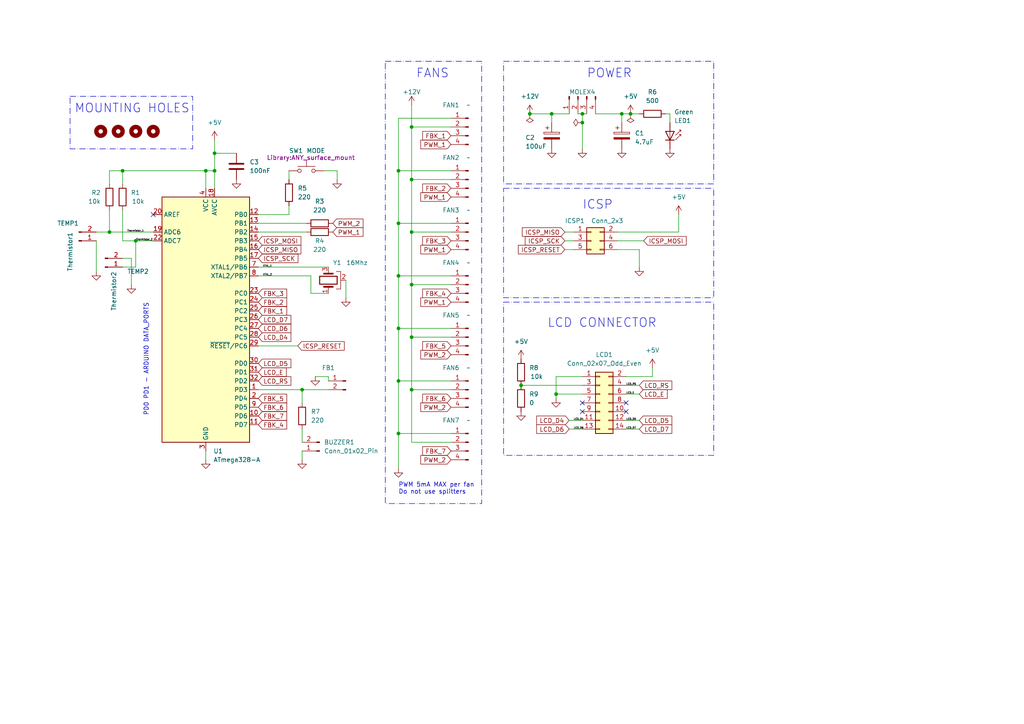
<source format=kicad_sch>
(kicad_sch (version 20230121) (generator eeschema)

  (uuid 0bd43f46-dd4c-46fd-83ed-9ad1d61751e9)

  (paper "A4")

  (title_block
    (title "PWM-Fun 0802")
    (date "2024-02-03")
    (rev "v1")
    (company "s.o.v.a")
  )

  (lib_symbols
    (symbol "Connector:Conn_01x02_Pin" (pin_names (offset 1.016) hide) (in_bom yes) (on_board yes)
      (property "Reference" "J" (at 0 2.54 0)
        (effects (font (size 1.27 1.27)))
      )
      (property "Value" "Conn_01x02_Pin" (at 0 -5.08 0)
        (effects (font (size 1.27 1.27)))
      )
      (property "Footprint" "" (at 0 0 0)
        (effects (font (size 1.27 1.27)) hide)
      )
      (property "Datasheet" "~" (at 0 0 0)
        (effects (font (size 1.27 1.27)) hide)
      )
      (property "ki_locked" "" (at 0 0 0)
        (effects (font (size 1.27 1.27)))
      )
      (property "ki_keywords" "connector" (at 0 0 0)
        (effects (font (size 1.27 1.27)) hide)
      )
      (property "ki_description" "Generic connector, single row, 01x02, script generated" (at 0 0 0)
        (effects (font (size 1.27 1.27)) hide)
      )
      (property "ki_fp_filters" "Connector*:*_1x??_*" (at 0 0 0)
        (effects (font (size 1.27 1.27)) hide)
      )
      (symbol "Conn_01x02_Pin_1_1"
        (polyline
          (pts
            (xy 1.27 -2.54)
            (xy 0.8636 -2.54)
          )
          (stroke (width 0.1524) (type default))
          (fill (type none))
        )
        (polyline
          (pts
            (xy 1.27 0)
            (xy 0.8636 0)
          )
          (stroke (width 0.1524) (type default))
          (fill (type none))
        )
        (rectangle (start 0.8636 -2.413) (end 0 -2.667)
          (stroke (width 0.1524) (type default))
          (fill (type outline))
        )
        (rectangle (start 0.8636 0.127) (end 0 -0.127)
          (stroke (width 0.1524) (type default))
          (fill (type outline))
        )
        (pin passive line (at 5.08 0 180) (length 3.81)
          (name "Pin_1" (effects (font (size 1.27 1.27))))
          (number "1" (effects (font (size 1.27 1.27))))
        )
        (pin passive line (at 5.08 -2.54 180) (length 3.81)
          (name "Pin_2" (effects (font (size 1.27 1.27))))
          (number "2" (effects (font (size 1.27 1.27))))
        )
      )
    )
    (symbol "Connector:Conn_01x04_Pin" (pin_names (offset 1.016) hide) (in_bom yes) (on_board yes)
      (property "Reference" "J" (at 0 5.08 0)
        (effects (font (size 1.27 1.27)))
      )
      (property "Value" "Conn_01x04_Pin" (at 0 -7.62 0)
        (effects (font (size 1.27 1.27)))
      )
      (property "Footprint" "" (at 0 0 0)
        (effects (font (size 1.27 1.27)) hide)
      )
      (property "Datasheet" "~" (at 0 0 0)
        (effects (font (size 1.27 1.27)) hide)
      )
      (property "ki_locked" "" (at 0 0 0)
        (effects (font (size 1.27 1.27)))
      )
      (property "ki_keywords" "connector" (at 0 0 0)
        (effects (font (size 1.27 1.27)) hide)
      )
      (property "ki_description" "Generic connector, single row, 01x04, script generated" (at 0 0 0)
        (effects (font (size 1.27 1.27)) hide)
      )
      (property "ki_fp_filters" "Connector*:*_1x??_*" (at 0 0 0)
        (effects (font (size 1.27 1.27)) hide)
      )
      (symbol "Conn_01x04_Pin_1_1"
        (polyline
          (pts
            (xy 1.27 -5.08)
            (xy 0.8636 -5.08)
          )
          (stroke (width 0.1524) (type default))
          (fill (type none))
        )
        (polyline
          (pts
            (xy 1.27 -2.54)
            (xy 0.8636 -2.54)
          )
          (stroke (width 0.1524) (type default))
          (fill (type none))
        )
        (polyline
          (pts
            (xy 1.27 0)
            (xy 0.8636 0)
          )
          (stroke (width 0.1524) (type default))
          (fill (type none))
        )
        (polyline
          (pts
            (xy 1.27 2.54)
            (xy 0.8636 2.54)
          )
          (stroke (width 0.1524) (type default))
          (fill (type none))
        )
        (rectangle (start 0.8636 -4.953) (end 0 -5.207)
          (stroke (width 0.1524) (type default))
          (fill (type outline))
        )
        (rectangle (start 0.8636 -2.413) (end 0 -2.667)
          (stroke (width 0.1524) (type default))
          (fill (type outline))
        )
        (rectangle (start 0.8636 0.127) (end 0 -0.127)
          (stroke (width 0.1524) (type default))
          (fill (type outline))
        )
        (rectangle (start 0.8636 2.667) (end 0 2.413)
          (stroke (width 0.1524) (type default))
          (fill (type outline))
        )
        (pin passive line (at 5.08 2.54 180) (length 3.81)
          (name "Pin_1" (effects (font (size 1.27 1.27))))
          (number "1" (effects (font (size 1.27 1.27))))
        )
        (pin passive line (at 5.08 0 180) (length 3.81)
          (name "Pin_2" (effects (font (size 1.27 1.27))))
          (number "2" (effects (font (size 1.27 1.27))))
        )
        (pin passive line (at 5.08 -2.54 180) (length 3.81)
          (name "Pin_3" (effects (font (size 1.27 1.27))))
          (number "3" (effects (font (size 1.27 1.27))))
        )
        (pin passive line (at 5.08 -5.08 180) (length 3.81)
          (name "Pin_4" (effects (font (size 1.27 1.27))))
          (number "4" (effects (font (size 1.27 1.27))))
        )
      )
    )
    (symbol "Connector_Generic:Conn_02x03_Odd_Even" (pin_names (offset 1.016) hide) (in_bom yes) (on_board yes)
      (property "Reference" "J" (at 1.27 5.08 0)
        (effects (font (size 1.27 1.27)))
      )
      (property "Value" "Conn_02x03_Odd_Even" (at 1.27 -5.08 0)
        (effects (font (size 1.27 1.27)))
      )
      (property "Footprint" "" (at 0 0 0)
        (effects (font (size 1.27 1.27)) hide)
      )
      (property "Datasheet" "~" (at 0 0 0)
        (effects (font (size 1.27 1.27)) hide)
      )
      (property "ki_keywords" "connector" (at 0 0 0)
        (effects (font (size 1.27 1.27)) hide)
      )
      (property "ki_description" "Generic connector, double row, 02x03, odd/even pin numbering scheme (row 1 odd numbers, row 2 even numbers), script generated (kicad-library-utils/schlib/autogen/connector/)" (at 0 0 0)
        (effects (font (size 1.27 1.27)) hide)
      )
      (property "ki_fp_filters" "Connector*:*_2x??_*" (at 0 0 0)
        (effects (font (size 1.27 1.27)) hide)
      )
      (symbol "Conn_02x03_Odd_Even_1_1"
        (rectangle (start -1.27 -2.413) (end 0 -2.667)
          (stroke (width 0.1524) (type default))
          (fill (type none))
        )
        (rectangle (start -1.27 0.127) (end 0 -0.127)
          (stroke (width 0.1524) (type default))
          (fill (type none))
        )
        (rectangle (start -1.27 2.667) (end 0 2.413)
          (stroke (width 0.1524) (type default))
          (fill (type none))
        )
        (rectangle (start -1.27 3.81) (end 3.81 -3.81)
          (stroke (width 0.254) (type default))
          (fill (type background))
        )
        (rectangle (start 3.81 -2.413) (end 2.54 -2.667)
          (stroke (width 0.1524) (type default))
          (fill (type none))
        )
        (rectangle (start 3.81 0.127) (end 2.54 -0.127)
          (stroke (width 0.1524) (type default))
          (fill (type none))
        )
        (rectangle (start 3.81 2.667) (end 2.54 2.413)
          (stroke (width 0.1524) (type default))
          (fill (type none))
        )
        (pin passive line (at -5.08 2.54 0) (length 3.81)
          (name "Pin_1" (effects (font (size 1.27 1.27))))
          (number "1" (effects (font (size 1.27 1.27))))
        )
        (pin passive line (at 7.62 2.54 180) (length 3.81)
          (name "Pin_2" (effects (font (size 1.27 1.27))))
          (number "2" (effects (font (size 1.27 1.27))))
        )
        (pin passive line (at -5.08 0 0) (length 3.81)
          (name "Pin_3" (effects (font (size 1.27 1.27))))
          (number "3" (effects (font (size 1.27 1.27))))
        )
        (pin passive line (at 7.62 0 180) (length 3.81)
          (name "Pin_4" (effects (font (size 1.27 1.27))))
          (number "4" (effects (font (size 1.27 1.27))))
        )
        (pin passive line (at -5.08 -2.54 0) (length 3.81)
          (name "Pin_5" (effects (font (size 1.27 1.27))))
          (number "5" (effects (font (size 1.27 1.27))))
        )
        (pin passive line (at 7.62 -2.54 180) (length 3.81)
          (name "Pin_6" (effects (font (size 1.27 1.27))))
          (number "6" (effects (font (size 1.27 1.27))))
        )
      )
    )
    (symbol "Connector_Generic:Conn_02x07_Odd_Even" (pin_names (offset 1.016) hide) (in_bom yes) (on_board yes)
      (property "Reference" "J" (at 1.27 10.16 0)
        (effects (font (size 1.27 1.27)))
      )
      (property "Value" "Conn_02x07_Odd_Even" (at 1.27 -10.16 0)
        (effects (font (size 1.27 1.27)))
      )
      (property "Footprint" "" (at 0 0 0)
        (effects (font (size 1.27 1.27)) hide)
      )
      (property "Datasheet" "~" (at 0 0 0)
        (effects (font (size 1.27 1.27)) hide)
      )
      (property "ki_keywords" "connector" (at 0 0 0)
        (effects (font (size 1.27 1.27)) hide)
      )
      (property "ki_description" "Generic connector, double row, 02x07, odd/even pin numbering scheme (row 1 odd numbers, row 2 even numbers), script generated (kicad-library-utils/schlib/autogen/connector/)" (at 0 0 0)
        (effects (font (size 1.27 1.27)) hide)
      )
      (property "ki_fp_filters" "Connector*:*_2x??_*" (at 0 0 0)
        (effects (font (size 1.27 1.27)) hide)
      )
      (symbol "Conn_02x07_Odd_Even_1_1"
        (rectangle (start -1.27 -7.493) (end 0 -7.747)
          (stroke (width 0.1524) (type default))
          (fill (type none))
        )
        (rectangle (start -1.27 -4.953) (end 0 -5.207)
          (stroke (width 0.1524) (type default))
          (fill (type none))
        )
        (rectangle (start -1.27 -2.413) (end 0 -2.667)
          (stroke (width 0.1524) (type default))
          (fill (type none))
        )
        (rectangle (start -1.27 0.127) (end 0 -0.127)
          (stroke (width 0.1524) (type default))
          (fill (type none))
        )
        (rectangle (start -1.27 2.667) (end 0 2.413)
          (stroke (width 0.1524) (type default))
          (fill (type none))
        )
        (rectangle (start -1.27 5.207) (end 0 4.953)
          (stroke (width 0.1524) (type default))
          (fill (type none))
        )
        (rectangle (start -1.27 7.747) (end 0 7.493)
          (stroke (width 0.1524) (type default))
          (fill (type none))
        )
        (rectangle (start -1.27 8.89) (end 3.81 -8.89)
          (stroke (width 0.254) (type default))
          (fill (type background))
        )
        (rectangle (start 3.81 -7.493) (end 2.54 -7.747)
          (stroke (width 0.1524) (type default))
          (fill (type none))
        )
        (rectangle (start 3.81 -4.953) (end 2.54 -5.207)
          (stroke (width 0.1524) (type default))
          (fill (type none))
        )
        (rectangle (start 3.81 -2.413) (end 2.54 -2.667)
          (stroke (width 0.1524) (type default))
          (fill (type none))
        )
        (rectangle (start 3.81 0.127) (end 2.54 -0.127)
          (stroke (width 0.1524) (type default))
          (fill (type none))
        )
        (rectangle (start 3.81 2.667) (end 2.54 2.413)
          (stroke (width 0.1524) (type default))
          (fill (type none))
        )
        (rectangle (start 3.81 5.207) (end 2.54 4.953)
          (stroke (width 0.1524) (type default))
          (fill (type none))
        )
        (rectangle (start 3.81 7.747) (end 2.54 7.493)
          (stroke (width 0.1524) (type default))
          (fill (type none))
        )
        (pin passive line (at -5.08 7.62 0) (length 3.81)
          (name "Pin_1" (effects (font (size 1.27 1.27))))
          (number "1" (effects (font (size 1.27 1.27))))
        )
        (pin passive line (at 7.62 -2.54 180) (length 3.81)
          (name "Pin_10" (effects (font (size 1.27 1.27))))
          (number "10" (effects (font (size 1.27 1.27))))
        )
        (pin passive line (at -5.08 -5.08 0) (length 3.81)
          (name "Pin_11" (effects (font (size 1.27 1.27))))
          (number "11" (effects (font (size 1.27 1.27))))
        )
        (pin passive line (at 7.62 -5.08 180) (length 3.81)
          (name "Pin_12" (effects (font (size 1.27 1.27))))
          (number "12" (effects (font (size 1.27 1.27))))
        )
        (pin passive line (at -5.08 -7.62 0) (length 3.81)
          (name "Pin_13" (effects (font (size 1.27 1.27))))
          (number "13" (effects (font (size 1.27 1.27))))
        )
        (pin passive line (at 7.62 -7.62 180) (length 3.81)
          (name "Pin_14" (effects (font (size 1.27 1.27))))
          (number "14" (effects (font (size 1.27 1.27))))
        )
        (pin passive line (at 7.62 7.62 180) (length 3.81)
          (name "Pin_2" (effects (font (size 1.27 1.27))))
          (number "2" (effects (font (size 1.27 1.27))))
        )
        (pin passive line (at -5.08 5.08 0) (length 3.81)
          (name "Pin_3" (effects (font (size 1.27 1.27))))
          (number "3" (effects (font (size 1.27 1.27))))
        )
        (pin passive line (at 7.62 5.08 180) (length 3.81)
          (name "Pin_4" (effects (font (size 1.27 1.27))))
          (number "4" (effects (font (size 1.27 1.27))))
        )
        (pin passive line (at -5.08 2.54 0) (length 3.81)
          (name "Pin_5" (effects (font (size 1.27 1.27))))
          (number "5" (effects (font (size 1.27 1.27))))
        )
        (pin passive line (at 7.62 2.54 180) (length 3.81)
          (name "Pin_6" (effects (font (size 1.27 1.27))))
          (number "6" (effects (font (size 1.27 1.27))))
        )
        (pin passive line (at -5.08 0 0) (length 3.81)
          (name "Pin_7" (effects (font (size 1.27 1.27))))
          (number "7" (effects (font (size 1.27 1.27))))
        )
        (pin passive line (at 7.62 0 180) (length 3.81)
          (name "Pin_8" (effects (font (size 1.27 1.27))))
          (number "8" (effects (font (size 1.27 1.27))))
        )
        (pin passive line (at -5.08 -2.54 0) (length 3.81)
          (name "Pin_9" (effects (font (size 1.27 1.27))))
          (number "9" (effects (font (size 1.27 1.27))))
        )
      )
    )
    (symbol "Device:C" (pin_numbers hide) (pin_names (offset 0.254)) (in_bom yes) (on_board yes)
      (property "Reference" "C" (at 0.635 2.54 0)
        (effects (font (size 1.27 1.27)) (justify left))
      )
      (property "Value" "C" (at 0.635 -2.54 0)
        (effects (font (size 1.27 1.27)) (justify left))
      )
      (property "Footprint" "" (at 0.9652 -3.81 0)
        (effects (font (size 1.27 1.27)) hide)
      )
      (property "Datasheet" "~" (at 0 0 0)
        (effects (font (size 1.27 1.27)) hide)
      )
      (property "ki_keywords" "cap capacitor" (at 0 0 0)
        (effects (font (size 1.27 1.27)) hide)
      )
      (property "ki_description" "Unpolarized capacitor" (at 0 0 0)
        (effects (font (size 1.27 1.27)) hide)
      )
      (property "ki_fp_filters" "C_*" (at 0 0 0)
        (effects (font (size 1.27 1.27)) hide)
      )
      (symbol "C_0_1"
        (polyline
          (pts
            (xy -2.032 -0.762)
            (xy 2.032 -0.762)
          )
          (stroke (width 0.508) (type default))
          (fill (type none))
        )
        (polyline
          (pts
            (xy -2.032 0.762)
            (xy 2.032 0.762)
          )
          (stroke (width 0.508) (type default))
          (fill (type none))
        )
      )
      (symbol "C_1_1"
        (pin passive line (at 0 3.81 270) (length 2.794)
          (name "~" (effects (font (size 1.27 1.27))))
          (number "1" (effects (font (size 1.27 1.27))))
        )
        (pin passive line (at 0 -3.81 90) (length 2.794)
          (name "~" (effects (font (size 1.27 1.27))))
          (number "2" (effects (font (size 1.27 1.27))))
        )
      )
    )
    (symbol "Device:C_Polarized" (pin_numbers hide) (pin_names (offset 0.254)) (in_bom yes) (on_board yes)
      (property "Reference" "C" (at 0.635 2.54 0)
        (effects (font (size 1.27 1.27)) (justify left))
      )
      (property "Value" "C_Polarized" (at 0.635 -2.54 0)
        (effects (font (size 1.27 1.27)) (justify left))
      )
      (property "Footprint" "" (at 0.9652 -3.81 0)
        (effects (font (size 1.27 1.27)) hide)
      )
      (property "Datasheet" "~" (at 0 0 0)
        (effects (font (size 1.27 1.27)) hide)
      )
      (property "ki_keywords" "cap capacitor" (at 0 0 0)
        (effects (font (size 1.27 1.27)) hide)
      )
      (property "ki_description" "Polarized capacitor" (at 0 0 0)
        (effects (font (size 1.27 1.27)) hide)
      )
      (property "ki_fp_filters" "CP_*" (at 0 0 0)
        (effects (font (size 1.27 1.27)) hide)
      )
      (symbol "C_Polarized_0_1"
        (rectangle (start -2.286 0.508) (end 2.286 1.016)
          (stroke (width 0) (type default))
          (fill (type none))
        )
        (polyline
          (pts
            (xy -1.778 2.286)
            (xy -0.762 2.286)
          )
          (stroke (width 0) (type default))
          (fill (type none))
        )
        (polyline
          (pts
            (xy -1.27 2.794)
            (xy -1.27 1.778)
          )
          (stroke (width 0) (type default))
          (fill (type none))
        )
        (rectangle (start 2.286 -0.508) (end -2.286 -1.016)
          (stroke (width 0) (type default))
          (fill (type outline))
        )
      )
      (symbol "C_Polarized_1_1"
        (pin passive line (at 0 3.81 270) (length 2.794)
          (name "~" (effects (font (size 1.27 1.27))))
          (number "1" (effects (font (size 1.27 1.27))))
        )
        (pin passive line (at 0 -3.81 90) (length 2.794)
          (name "~" (effects (font (size 1.27 1.27))))
          (number "2" (effects (font (size 1.27 1.27))))
        )
      )
    )
    (symbol "Device:Crystal_GND2" (pin_names (offset 1.016) hide) (in_bom yes) (on_board yes)
      (property "Reference" "Y" (at 0 5.715 0)
        (effects (font (size 1.27 1.27)))
      )
      (property "Value" "Crystal_GND2" (at 0 3.81 0)
        (effects (font (size 1.27 1.27)))
      )
      (property "Footprint" "" (at 0 0 0)
        (effects (font (size 1.27 1.27)) hide)
      )
      (property "Datasheet" "~" (at 0 0 0)
        (effects (font (size 1.27 1.27)) hide)
      )
      (property "ki_keywords" "quartz ceramic resonator oscillator" (at 0 0 0)
        (effects (font (size 1.27 1.27)) hide)
      )
      (property "ki_description" "Three pin crystal, GND on pin 2" (at 0 0 0)
        (effects (font (size 1.27 1.27)) hide)
      )
      (property "ki_fp_filters" "Crystal*" (at 0 0 0)
        (effects (font (size 1.27 1.27)) hide)
      )
      (symbol "Crystal_GND2_0_1"
        (rectangle (start -1.143 2.54) (end 1.143 -2.54)
          (stroke (width 0.3048) (type default))
          (fill (type none))
        )
        (polyline
          (pts
            (xy -2.54 0)
            (xy -1.905 0)
          )
          (stroke (width 0) (type default))
          (fill (type none))
        )
        (polyline
          (pts
            (xy -1.905 -1.27)
            (xy -1.905 1.27)
          )
          (stroke (width 0.508) (type default))
          (fill (type none))
        )
        (polyline
          (pts
            (xy 0 -3.81)
            (xy 0 -3.556)
          )
          (stroke (width 0) (type default))
          (fill (type none))
        )
        (polyline
          (pts
            (xy 1.905 0)
            (xy 2.54 0)
          )
          (stroke (width 0) (type default))
          (fill (type none))
        )
        (polyline
          (pts
            (xy 1.905 1.27)
            (xy 1.905 -1.27)
          )
          (stroke (width 0.508) (type default))
          (fill (type none))
        )
        (polyline
          (pts
            (xy -2.54 -2.286)
            (xy -2.54 -3.556)
            (xy 2.54 -3.556)
            (xy 2.54 -2.286)
          )
          (stroke (width 0) (type default))
          (fill (type none))
        )
      )
      (symbol "Crystal_GND2_1_1"
        (pin passive line (at -3.81 0 0) (length 1.27)
          (name "1" (effects (font (size 1.27 1.27))))
          (number "1" (effects (font (size 1.27 1.27))))
        )
        (pin passive line (at 0 -5.08 90) (length 1.27)
          (name "2" (effects (font (size 1.27 1.27))))
          (number "2" (effects (font (size 1.27 1.27))))
        )
        (pin passive line (at 3.81 0 180) (length 1.27)
          (name "3" (effects (font (size 1.27 1.27))))
          (number "3" (effects (font (size 1.27 1.27))))
        )
      )
    )
    (symbol "Device:R" (pin_numbers hide) (pin_names (offset 0)) (in_bom yes) (on_board yes)
      (property "Reference" "R" (at 2.032 0 90)
        (effects (font (size 1.27 1.27)))
      )
      (property "Value" "R" (at 0 0 90)
        (effects (font (size 1.27 1.27)))
      )
      (property "Footprint" "" (at -1.778 0 90)
        (effects (font (size 1.27 1.27)) hide)
      )
      (property "Datasheet" "~" (at 0 0 0)
        (effects (font (size 1.27 1.27)) hide)
      )
      (property "ki_keywords" "R res resistor" (at 0 0 0)
        (effects (font (size 1.27 1.27)) hide)
      )
      (property "ki_description" "Resistor" (at 0 0 0)
        (effects (font (size 1.27 1.27)) hide)
      )
      (property "ki_fp_filters" "R_*" (at 0 0 0)
        (effects (font (size 1.27 1.27)) hide)
      )
      (symbol "R_0_1"
        (rectangle (start -1.016 -2.54) (end 1.016 2.54)
          (stroke (width 0.254) (type default))
          (fill (type none))
        )
      )
      (symbol "R_1_1"
        (pin passive line (at 0 3.81 270) (length 1.27)
          (name "~" (effects (font (size 1.27 1.27))))
          (number "1" (effects (font (size 1.27 1.27))))
        )
        (pin passive line (at 0 -3.81 90) (length 1.27)
          (name "~" (effects (font (size 1.27 1.27))))
          (number "2" (effects (font (size 1.27 1.27))))
        )
      )
    )
    (symbol "LED:CQY99" (pin_numbers hide) (pin_names (offset 1.016) hide) (in_bom yes) (on_board yes)
      (property "Reference" "D" (at 0.508 1.778 0)
        (effects (font (size 1.27 1.27)) (justify left))
      )
      (property "Value" "CQY99" (at -1.016 -2.794 0)
        (effects (font (size 1.27 1.27)))
      )
      (property "Footprint" "LED_THT:LED_D5.0mm_IRGrey" (at 0 4.445 0)
        (effects (font (size 1.27 1.27)) hide)
      )
      (property "Datasheet" "https://www.prtice.info/IMG/pdf/CQY99.pdf" (at -1.27 0 0)
        (effects (font (size 1.27 1.27)) hide)
      )
      (property "ki_keywords" "IR LED" (at 0 0 0)
        (effects (font (size 1.27 1.27)) hide)
      )
      (property "ki_description" "950nm IR-LED, 5mm" (at 0 0 0)
        (effects (font (size 1.27 1.27)) hide)
      )
      (property "ki_fp_filters" "LED*5.0mm*IRGrey*" (at 0 0 0)
        (effects (font (size 1.27 1.27)) hide)
      )
      (symbol "CQY99_0_1"
        (polyline
          (pts
            (xy -2.54 1.27)
            (xy -2.54 -1.27)
          )
          (stroke (width 0.254) (type default))
          (fill (type none))
        )
        (polyline
          (pts
            (xy 0 0)
            (xy -2.54 0)
          )
          (stroke (width 0) (type default))
          (fill (type none))
        )
        (polyline
          (pts
            (xy 0.381 3.175)
            (xy -0.127 3.175)
          )
          (stroke (width 0) (type default))
          (fill (type none))
        )
        (polyline
          (pts
            (xy -1.143 1.651)
            (xy 0.381 3.175)
            (xy 0.381 2.667)
          )
          (stroke (width 0) (type default))
          (fill (type none))
        )
        (polyline
          (pts
            (xy 0 -1.27)
            (xy -2.54 0)
            (xy 0 1.27)
            (xy 0 -1.27)
          )
          (stroke (width 0.254) (type default))
          (fill (type none))
        )
        (polyline
          (pts
            (xy -2.413 1.651)
            (xy -0.889 3.175)
            (xy -0.889 2.667)
            (xy -0.889 3.175)
            (xy -1.397 3.175)
          )
          (stroke (width 0) (type default))
          (fill (type none))
        )
      )
      (symbol "CQY99_1_1"
        (pin passive line (at -5.08 0 0) (length 2.54)
          (name "K" (effects (font (size 1.27 1.27))))
          (number "1" (effects (font (size 1.27 1.27))))
        )
        (pin passive line (at 2.54 0 180) (length 2.54)
          (name "A" (effects (font (size 1.27 1.27))))
          (number "2" (effects (font (size 1.27 1.27))))
        )
      )
    )
    (symbol "MCU_Microchip_ATmega:ATmega328-A" (in_bom yes) (on_board yes)
      (property "Reference" "U" (at -12.7 36.83 0)
        (effects (font (size 1.27 1.27)) (justify left bottom))
      )
      (property "Value" "ATmega328-A" (at 2.54 -36.83 0)
        (effects (font (size 1.27 1.27)) (justify left top))
      )
      (property "Footprint" "Package_QFP:TQFP-32_7x7mm_P0.8mm" (at 0 0 0)
        (effects (font (size 1.27 1.27) italic) hide)
      )
      (property "Datasheet" "http://ww1.microchip.com/downloads/en/DeviceDoc/ATmega328_P%20AVR%20MCU%20with%20picoPower%20Technology%20Data%20Sheet%2040001984A.pdf" (at 0 0 0)
        (effects (font (size 1.27 1.27)) hide)
      )
      (property "ki_keywords" "AVR 8bit Microcontroller MegaAVR" (at 0 0 0)
        (effects (font (size 1.27 1.27)) hide)
      )
      (property "ki_description" "20MHz, 32kB Flash, 2kB SRAM, 1kB EEPROM, TQFP-32" (at 0 0 0)
        (effects (font (size 1.27 1.27)) hide)
      )
      (property "ki_fp_filters" "TQFP*7x7mm*P0.8mm*" (at 0 0 0)
        (effects (font (size 1.27 1.27)) hide)
      )
      (symbol "ATmega328-A_0_1"
        (rectangle (start -12.7 -35.56) (end 12.7 35.56)
          (stroke (width 0.254) (type default))
          (fill (type background))
        )
      )
      (symbol "ATmega328-A_1_1"
        (pin bidirectional line (at 15.24 -20.32 180) (length 2.54)
          (name "PD3" (effects (font (size 1.27 1.27))))
          (number "1" (effects (font (size 1.27 1.27))))
        )
        (pin bidirectional line (at 15.24 -27.94 180) (length 2.54)
          (name "PD6" (effects (font (size 1.27 1.27))))
          (number "10" (effects (font (size 1.27 1.27))))
        )
        (pin bidirectional line (at 15.24 -30.48 180) (length 2.54)
          (name "PD7" (effects (font (size 1.27 1.27))))
          (number "11" (effects (font (size 1.27 1.27))))
        )
        (pin bidirectional line (at 15.24 30.48 180) (length 2.54)
          (name "PB0" (effects (font (size 1.27 1.27))))
          (number "12" (effects (font (size 1.27 1.27))))
        )
        (pin bidirectional line (at 15.24 27.94 180) (length 2.54)
          (name "PB1" (effects (font (size 1.27 1.27))))
          (number "13" (effects (font (size 1.27 1.27))))
        )
        (pin bidirectional line (at 15.24 25.4 180) (length 2.54)
          (name "PB2" (effects (font (size 1.27 1.27))))
          (number "14" (effects (font (size 1.27 1.27))))
        )
        (pin bidirectional line (at 15.24 22.86 180) (length 2.54)
          (name "PB3" (effects (font (size 1.27 1.27))))
          (number "15" (effects (font (size 1.27 1.27))))
        )
        (pin bidirectional line (at 15.24 20.32 180) (length 2.54)
          (name "PB4" (effects (font (size 1.27 1.27))))
          (number "16" (effects (font (size 1.27 1.27))))
        )
        (pin bidirectional line (at 15.24 17.78 180) (length 2.54)
          (name "PB5" (effects (font (size 1.27 1.27))))
          (number "17" (effects (font (size 1.27 1.27))))
        )
        (pin power_in line (at 2.54 38.1 270) (length 2.54)
          (name "AVCC" (effects (font (size 1.27 1.27))))
          (number "18" (effects (font (size 1.27 1.27))))
        )
        (pin input line (at -15.24 25.4 0) (length 2.54)
          (name "ADC6" (effects (font (size 1.27 1.27))))
          (number "19" (effects (font (size 1.27 1.27))))
        )
        (pin bidirectional line (at 15.24 -22.86 180) (length 2.54)
          (name "PD4" (effects (font (size 1.27 1.27))))
          (number "2" (effects (font (size 1.27 1.27))))
        )
        (pin passive line (at -15.24 30.48 0) (length 2.54)
          (name "AREF" (effects (font (size 1.27 1.27))))
          (number "20" (effects (font (size 1.27 1.27))))
        )
        (pin passive line (at 0 -38.1 90) (length 2.54) hide
          (name "GND" (effects (font (size 1.27 1.27))))
          (number "21" (effects (font (size 1.27 1.27))))
        )
        (pin input line (at -15.24 22.86 0) (length 2.54)
          (name "ADC7" (effects (font (size 1.27 1.27))))
          (number "22" (effects (font (size 1.27 1.27))))
        )
        (pin bidirectional line (at 15.24 7.62 180) (length 2.54)
          (name "PC0" (effects (font (size 1.27 1.27))))
          (number "23" (effects (font (size 1.27 1.27))))
        )
        (pin bidirectional line (at 15.24 5.08 180) (length 2.54)
          (name "PC1" (effects (font (size 1.27 1.27))))
          (number "24" (effects (font (size 1.27 1.27))))
        )
        (pin bidirectional line (at 15.24 2.54 180) (length 2.54)
          (name "PC2" (effects (font (size 1.27 1.27))))
          (number "25" (effects (font (size 1.27 1.27))))
        )
        (pin bidirectional line (at 15.24 0 180) (length 2.54)
          (name "PC3" (effects (font (size 1.27 1.27))))
          (number "26" (effects (font (size 1.27 1.27))))
        )
        (pin bidirectional line (at 15.24 -2.54 180) (length 2.54)
          (name "PC4" (effects (font (size 1.27 1.27))))
          (number "27" (effects (font (size 1.27 1.27))))
        )
        (pin bidirectional line (at 15.24 -5.08 180) (length 2.54)
          (name "PC5" (effects (font (size 1.27 1.27))))
          (number "28" (effects (font (size 1.27 1.27))))
        )
        (pin bidirectional line (at 15.24 -7.62 180) (length 2.54)
          (name "~{RESET}/PC6" (effects (font (size 1.27 1.27))))
          (number "29" (effects (font (size 1.27 1.27))))
        )
        (pin power_in line (at 0 -38.1 90) (length 2.54)
          (name "GND" (effects (font (size 1.27 1.27))))
          (number "3" (effects (font (size 1.27 1.27))))
        )
        (pin bidirectional line (at 15.24 -12.7 180) (length 2.54)
          (name "PD0" (effects (font (size 1.27 1.27))))
          (number "30" (effects (font (size 1.27 1.27))))
        )
        (pin bidirectional line (at 15.24 -15.24 180) (length 2.54)
          (name "PD1" (effects (font (size 1.27 1.27))))
          (number "31" (effects (font (size 1.27 1.27))))
        )
        (pin bidirectional line (at 15.24 -17.78 180) (length 2.54)
          (name "PD2" (effects (font (size 1.27 1.27))))
          (number "32" (effects (font (size 1.27 1.27))))
        )
        (pin power_in line (at 0 38.1 270) (length 2.54)
          (name "VCC" (effects (font (size 1.27 1.27))))
          (number "4" (effects (font (size 1.27 1.27))))
        )
        (pin passive line (at 0 -38.1 90) (length 2.54) hide
          (name "GND" (effects (font (size 1.27 1.27))))
          (number "5" (effects (font (size 1.27 1.27))))
        )
        (pin passive line (at 0 38.1 270) (length 2.54) hide
          (name "VCC" (effects (font (size 1.27 1.27))))
          (number "6" (effects (font (size 1.27 1.27))))
        )
        (pin bidirectional line (at 15.24 15.24 180) (length 2.54)
          (name "XTAL1/PB6" (effects (font (size 1.27 1.27))))
          (number "7" (effects (font (size 1.27 1.27))))
        )
        (pin bidirectional line (at 15.24 12.7 180) (length 2.54)
          (name "XTAL2/PB7" (effects (font (size 1.27 1.27))))
          (number "8" (effects (font (size 1.27 1.27))))
        )
        (pin bidirectional line (at 15.24 -25.4 180) (length 2.54)
          (name "PD5" (effects (font (size 1.27 1.27))))
          (number "9" (effects (font (size 1.27 1.27))))
        )
      )
    )
    (symbol "Mechanical:MountingHole" (pin_names (offset 1.016)) (in_bom yes) (on_board yes)
      (property "Reference" "H" (at 0 5.08 0)
        (effects (font (size 1.27 1.27)))
      )
      (property "Value" "MountingHole" (at 0 3.175 0)
        (effects (font (size 1.27 1.27)))
      )
      (property "Footprint" "" (at 0 0 0)
        (effects (font (size 1.27 1.27)) hide)
      )
      (property "Datasheet" "~" (at 0 0 0)
        (effects (font (size 1.27 1.27)) hide)
      )
      (property "ki_keywords" "mounting hole" (at 0 0 0)
        (effects (font (size 1.27 1.27)) hide)
      )
      (property "ki_description" "Mounting Hole without connection" (at 0 0 0)
        (effects (font (size 1.27 1.27)) hide)
      )
      (property "ki_fp_filters" "MountingHole*" (at 0 0 0)
        (effects (font (size 1.27 1.27)) hide)
      )
      (symbol "MountingHole_0_1"
        (circle (center 0 0) (radius 1.27)
          (stroke (width 1.27) (type default))
          (fill (type none))
        )
      )
    )
    (symbol "Switch:SW_Push" (pin_numbers hide) (pin_names (offset 1.016) hide) (in_bom yes) (on_board yes)
      (property "Reference" "SW" (at 1.27 2.54 0)
        (effects (font (size 1.27 1.27)) (justify left))
      )
      (property "Value" "SW_Push" (at 0 -1.524 0)
        (effects (font (size 1.27 1.27)))
      )
      (property "Footprint" "" (at 0 5.08 0)
        (effects (font (size 1.27 1.27)) hide)
      )
      (property "Datasheet" "~" (at 0 5.08 0)
        (effects (font (size 1.27 1.27)) hide)
      )
      (property "ki_keywords" "switch normally-open pushbutton push-button" (at 0 0 0)
        (effects (font (size 1.27 1.27)) hide)
      )
      (property "ki_description" "Push button switch, generic, two pins" (at 0 0 0)
        (effects (font (size 1.27 1.27)) hide)
      )
      (symbol "SW_Push_0_1"
        (circle (center -2.032 0) (radius 0.508)
          (stroke (width 0) (type default))
          (fill (type none))
        )
        (polyline
          (pts
            (xy 0 1.27)
            (xy 0 3.048)
          )
          (stroke (width 0) (type default))
          (fill (type none))
        )
        (polyline
          (pts
            (xy 2.54 1.27)
            (xy -2.54 1.27)
          )
          (stroke (width 0) (type default))
          (fill (type none))
        )
        (circle (center 2.032 0) (radius 0.508)
          (stroke (width 0) (type default))
          (fill (type none))
        )
        (pin passive line (at -5.08 0 0) (length 2.54)
          (name "1" (effects (font (size 1.27 1.27))))
          (number "1" (effects (font (size 1.27 1.27))))
        )
        (pin passive line (at 5.08 0 180) (length 2.54)
          (name "2" (effects (font (size 1.27 1.27))))
          (number "2" (effects (font (size 1.27 1.27))))
        )
      )
    )
    (symbol "power:+12V" (power) (pin_names (offset 0)) (in_bom yes) (on_board yes)
      (property "Reference" "#PWR" (at 0 -3.81 0)
        (effects (font (size 1.27 1.27)) hide)
      )
      (property "Value" "+12V" (at 0 3.556 0)
        (effects (font (size 1.27 1.27)))
      )
      (property "Footprint" "" (at 0 0 0)
        (effects (font (size 1.27 1.27)) hide)
      )
      (property "Datasheet" "" (at 0 0 0)
        (effects (font (size 1.27 1.27)) hide)
      )
      (property "ki_keywords" "global power" (at 0 0 0)
        (effects (font (size 1.27 1.27)) hide)
      )
      (property "ki_description" "Power symbol creates a global label with name \"+12V\"" (at 0 0 0)
        (effects (font (size 1.27 1.27)) hide)
      )
      (symbol "+12V_0_1"
        (polyline
          (pts
            (xy -0.762 1.27)
            (xy 0 2.54)
          )
          (stroke (width 0) (type default))
          (fill (type none))
        )
        (polyline
          (pts
            (xy 0 0)
            (xy 0 2.54)
          )
          (stroke (width 0) (type default))
          (fill (type none))
        )
        (polyline
          (pts
            (xy 0 2.54)
            (xy 0.762 1.27)
          )
          (stroke (width 0) (type default))
          (fill (type none))
        )
      )
      (symbol "+12V_1_1"
        (pin power_in line (at 0 0 90) (length 0) hide
          (name "+12V" (effects (font (size 1.27 1.27))))
          (number "1" (effects (font (size 1.27 1.27))))
        )
      )
    )
    (symbol "power:+5V" (power) (pin_names (offset 0)) (in_bom yes) (on_board yes)
      (property "Reference" "#PWR" (at 0 -3.81 0)
        (effects (font (size 1.27 1.27)) hide)
      )
      (property "Value" "+5V" (at 0 3.556 0)
        (effects (font (size 1.27 1.27)))
      )
      (property "Footprint" "" (at 0 0 0)
        (effects (font (size 1.27 1.27)) hide)
      )
      (property "Datasheet" "" (at 0 0 0)
        (effects (font (size 1.27 1.27)) hide)
      )
      (property "ki_keywords" "global power" (at 0 0 0)
        (effects (font (size 1.27 1.27)) hide)
      )
      (property "ki_description" "Power symbol creates a global label with name \"+5V\"" (at 0 0 0)
        (effects (font (size 1.27 1.27)) hide)
      )
      (symbol "+5V_0_1"
        (polyline
          (pts
            (xy -0.762 1.27)
            (xy 0 2.54)
          )
          (stroke (width 0) (type default))
          (fill (type none))
        )
        (polyline
          (pts
            (xy 0 0)
            (xy 0 2.54)
          )
          (stroke (width 0) (type default))
          (fill (type none))
        )
        (polyline
          (pts
            (xy 0 2.54)
            (xy 0.762 1.27)
          )
          (stroke (width 0) (type default))
          (fill (type none))
        )
      )
      (symbol "+5V_1_1"
        (pin power_in line (at 0 0 90) (length 0) hide
          (name "+5V" (effects (font (size 1.27 1.27))))
          (number "1" (effects (font (size 1.27 1.27))))
        )
      )
    )
    (symbol "power:GND" (power) (pin_names (offset 0)) (in_bom yes) (on_board yes)
      (property "Reference" "#PWR" (at 0 -6.35 0)
        (effects (font (size 1.27 1.27)) hide)
      )
      (property "Value" "GND" (at 0 -3.81 0)
        (effects (font (size 1.27 1.27)))
      )
      (property "Footprint" "" (at 0 0 0)
        (effects (font (size 1.27 1.27)) hide)
      )
      (property "Datasheet" "" (at 0 0 0)
        (effects (font (size 1.27 1.27)) hide)
      )
      (property "ki_keywords" "global power" (at 0 0 0)
        (effects (font (size 1.27 1.27)) hide)
      )
      (property "ki_description" "Power symbol creates a global label with name \"GND\" , ground" (at 0 0 0)
        (effects (font (size 1.27 1.27)) hide)
      )
      (symbol "GND_0_1"
        (polyline
          (pts
            (xy 0 0)
            (xy 0 -1.27)
            (xy 1.27 -1.27)
            (xy 0 -2.54)
            (xy -1.27 -1.27)
            (xy 0 -1.27)
          )
          (stroke (width 0) (type default))
          (fill (type none))
        )
      )
      (symbol "GND_1_1"
        (pin power_in line (at 0 0 270) (length 0) hide
          (name "GND" (effects (font (size 1.27 1.27))))
          (number "1" (effects (font (size 1.27 1.27))))
        )
      )
    )
    (symbol "power:PWR_FLAG" (power) (pin_numbers hide) (pin_names (offset 0) hide) (in_bom yes) (on_board yes)
      (property "Reference" "#FLG" (at 0 1.905 0)
        (effects (font (size 1.27 1.27)) hide)
      )
      (property "Value" "PWR_FLAG" (at 0 3.81 0)
        (effects (font (size 1.27 1.27)))
      )
      (property "Footprint" "" (at 0 0 0)
        (effects (font (size 1.27 1.27)) hide)
      )
      (property "Datasheet" "~" (at 0 0 0)
        (effects (font (size 1.27 1.27)) hide)
      )
      (property "ki_keywords" "flag power" (at 0 0 0)
        (effects (font (size 1.27 1.27)) hide)
      )
      (property "ki_description" "Special symbol for telling ERC where power comes from" (at 0 0 0)
        (effects (font (size 1.27 1.27)) hide)
      )
      (symbol "PWR_FLAG_0_0"
        (pin power_out line (at 0 0 90) (length 0)
          (name "pwr" (effects (font (size 1.27 1.27))))
          (number "1" (effects (font (size 1.27 1.27))))
        )
      )
      (symbol "PWR_FLAG_0_1"
        (polyline
          (pts
            (xy 0 0)
            (xy 0 1.27)
            (xy -1.016 1.905)
            (xy 0 2.54)
            (xy 1.016 1.905)
            (xy 0 1.27)
          )
          (stroke (width 0) (type default))
          (fill (type none))
        )
      )
    )
  )

  (junction (at 119.38 67.31) (diameter 0) (color 0 0 0 0)
    (uuid 04ddeb08-e563-460f-a700-a54ef1ec6a18)
  )
  (junction (at 119.38 52.07) (diameter 0) (color 0 0 0 0)
    (uuid 0bf07cc5-d406-4312-9fa4-069b9c92df9b)
  )
  (junction (at 151.13 111.76) (diameter 0) (color 0 0 0 0)
    (uuid 1e8f586b-a711-4b17-ad98-5ab14f36a12f)
  )
  (junction (at 161.29 114.3) (diameter 0) (color 0 0 0 0)
    (uuid 1eaee2fd-0002-4a2b-8124-47b2655b8028)
  )
  (junction (at 153.67 33.02) (diameter 0) (color 0 0 0 0)
    (uuid 231fd61b-a77a-4149-86ae-2bc5fbaeb467)
  )
  (junction (at 115.57 125.73) (diameter 0) (color 0 0 0 0)
    (uuid 284be374-837f-42ea-8e36-63e680c7d5ce)
  )
  (junction (at 62.23 44.45) (diameter 0) (color 0 0 0 0)
    (uuid 3f988f08-518e-4490-afb0-be3a90e8550f)
  )
  (junction (at 115.57 49.53) (diameter 0) (color 0 0 0 0)
    (uuid 44b6c491-fa28-47b7-88e2-c3a58f33358b)
  )
  (junction (at 115.57 110.49) (diameter 0) (color 0 0 0 0)
    (uuid 522e80f3-7228-4c80-8835-c54ed84895ef)
  )
  (junction (at 119.38 113.03) (diameter 0) (color 0 0 0 0)
    (uuid 533db57b-6d80-4787-8859-b671e6a460d9)
  )
  (junction (at 59.69 49.53) (diameter 0) (color 0 0 0 0)
    (uuid 53cf8386-abf0-47fc-9050-b67bfefe9baa)
  )
  (junction (at 115.57 64.77) (diameter 0) (color 0 0 0 0)
    (uuid 65835333-5932-4680-b396-f94110b9b034)
  )
  (junction (at 182.88 33.02) (diameter 0) (color 0 0 0 0)
    (uuid 65ae5a0b-5830-4e85-8caa-a69752ae9310)
  )
  (junction (at 119.38 82.55) (diameter 0) (color 0 0 0 0)
    (uuid 6aaf6365-246d-4a87-9c44-6cada77f91d4)
  )
  (junction (at 119.38 97.79) (diameter 0) (color 0 0 0 0)
    (uuid 6ba4c6ab-314f-4349-8671-b8875d640800)
  )
  (junction (at 119.38 36.83) (diameter 0) (color 0 0 0 0)
    (uuid 777c99a6-03bf-4ad9-9344-834a3f21c378)
  )
  (junction (at 62.23 49.53) (diameter 0) (color 0 0 0 0)
    (uuid 7b2cc98c-93df-4b96-afeb-a200d55621eb)
  )
  (junction (at 160.02 33.02) (diameter 0) (color 0 0 0 0)
    (uuid 7e098bbd-3f8b-4200-a982-622a9f9b1270)
  )
  (junction (at 115.57 95.25) (diameter 0) (color 0 0 0 0)
    (uuid 81483e78-d28c-4074-84b4-63f54733ce31)
  )
  (junction (at 115.57 80.01) (diameter 0) (color 0 0 0 0)
    (uuid 8319b5b2-c90f-4c89-ab1d-e0a317a0c69f)
  )
  (junction (at 39.37 69.85) (diameter 0) (color 0 0 0 0)
    (uuid 9f2efa18-9d47-4f71-8f85-540149c8424a)
  )
  (junction (at 31.75 67.31) (diameter 0) (color 0 0 0 0)
    (uuid a0e878ac-36a9-43cd-a4be-1cac5b7b07d7)
  )
  (junction (at 180.34 33.02) (diameter 0) (color 0 0 0 0)
    (uuid c3b575a6-e362-48f6-aa2d-1c9bf454e6f4)
  )
  (junction (at 168.91 33.02) (diameter 0) (color 0 0 0 0)
    (uuid c482eaa6-aad2-427d-a580-41ab463b175e)
  )
  (junction (at 87.63 113.03) (diameter 0) (color 0 0 0 0)
    (uuid c8d3c6b5-bf98-4783-afae-05aee89465a0)
  )
  (junction (at 168.91 35.56) (diameter 0) (color 0 0 0 0)
    (uuid e9ddbf55-7f38-4d97-b5ee-c20037b1bd18)
  )
  (junction (at 35.56 49.53) (diameter 0) (color 0 0 0 0)
    (uuid f2fa8679-d872-4cc5-9713-e5f8da636a14)
  )

  (no_connect (at 168.91 116.84) (uuid 1685d454-cee6-4f3a-9351-7c2faf5e78f7))
  (no_connect (at 168.91 119.38) (uuid 8f4b5c1d-845a-4475-8405-cc52de0f3f72))
  (no_connect (at 181.61 116.84) (uuid 940b1130-9e54-4e4b-995e-557d6e5aa8d0))
  (no_connect (at 181.61 119.38) (uuid be8401fd-9f17-4a88-806c-1e81be729317))
  (no_connect (at 44.45 62.23) (uuid e514b8cf-c2a9-4de1-ac69-fddf6ac06354))

  (wire (pts (xy 115.57 34.29) (xy 115.57 49.53))
    (stroke (width 0) (type default))
    (uuid 002a46d9-e68f-4b79-95d4-2827d3a7869d)
  )
  (wire (pts (xy 119.38 82.55) (xy 119.38 67.31))
    (stroke (width 0) (type default))
    (uuid 02a86b74-5618-4081-b5a0-ad42c58e8a3b)
  )
  (wire (pts (xy 35.56 74.93) (xy 38.1 74.93))
    (stroke (width 0) (type default))
    (uuid 035c9b78-5007-4b17-86e0-1ca86796ce79)
  )
  (wire (pts (xy 90.17 85.09) (xy 95.25 85.09))
    (stroke (width 0) (type default))
    (uuid 06bd8861-98fd-4e47-b7a0-a40944ffb4ed)
  )
  (wire (pts (xy 115.57 125.73) (xy 115.57 110.49))
    (stroke (width 0) (type default))
    (uuid 0a47a5c5-5e3c-4943-a986-c4de7be70272)
  )
  (wire (pts (xy 74.93 77.47) (xy 95.25 77.47))
    (stroke (width 0) (type default))
    (uuid 112484a1-661f-4ca6-9d38-763ec75488c5)
  )
  (wire (pts (xy 88.9 64.77) (xy 74.93 64.77))
    (stroke (width 0) (type default))
    (uuid 15b0595b-88f9-4fd3-ad43-1e7ddad2f98a)
  )
  (wire (pts (xy 165.1 124.46) (xy 168.91 124.46))
    (stroke (width 0) (type default))
    (uuid 1ef1e95b-8641-497a-b563-193a5387844a)
  )
  (wire (pts (xy 119.38 97.79) (xy 119.38 82.55))
    (stroke (width 0) (type default))
    (uuid 201d95eb-67a8-4768-b675-dcfc8ad0e1f0)
  )
  (wire (pts (xy 168.91 33.02) (xy 170.18 33.02))
    (stroke (width 0) (type default))
    (uuid 22428013-8016-43f5-a647-ebd4178023e9)
  )
  (wire (pts (xy 31.75 67.31) (xy 27.94 67.31))
    (stroke (width 0) (type default))
    (uuid 25a8ac75-f620-4e55-8e92-7ca7627b469f)
  )
  (wire (pts (xy 163.83 69.85) (xy 166.37 69.85))
    (stroke (width 0) (type default))
    (uuid 29588349-3697-4cc1-99b3-2a999350328d)
  )
  (wire (pts (xy 193.04 33.02) (xy 194.31 33.02))
    (stroke (width 0) (type default))
    (uuid 2abe0cfa-197c-4522-a390-cafe309f9d92)
  )
  (wire (pts (xy 130.81 49.53) (xy 115.57 49.53))
    (stroke (width 0) (type default))
    (uuid 30049d10-95a3-48d1-84b8-e3fe3390acd2)
  )
  (wire (pts (xy 181.61 121.92) (xy 185.42 121.92))
    (stroke (width 0) (type default))
    (uuid 328efcb1-59e9-4d61-b310-402341d228e5)
  )
  (wire (pts (xy 31.75 49.53) (xy 35.56 49.53))
    (stroke (width 0) (type default))
    (uuid 3974c9cd-b487-4a86-b7c8-c802c02116a0)
  )
  (wire (pts (xy 119.38 113.03) (xy 119.38 97.79))
    (stroke (width 0) (type default))
    (uuid 3e2ed7ff-3e64-409b-9e75-da84547d577f)
  )
  (wire (pts (xy 87.63 113.03) (xy 95.25 113.03))
    (stroke (width 0) (type default))
    (uuid 3e421c10-a2ea-4336-8a2d-b2573f046ca6)
  )
  (wire (pts (xy 115.57 49.53) (xy 115.57 64.77))
    (stroke (width 0) (type default))
    (uuid 45520190-e249-46e3-af88-4cd0d42f6f76)
  )
  (wire (pts (xy 194.31 33.02) (xy 194.31 35.56))
    (stroke (width 0) (type default))
    (uuid 469c860a-927c-403b-b60c-9211065a795e)
  )
  (wire (pts (xy 83.82 52.07) (xy 83.82 49.53))
    (stroke (width 0) (type default))
    (uuid 482f0988-9deb-4271-8d58-81e9d7cdab9c)
  )
  (wire (pts (xy 31.75 60.96) (xy 31.75 67.31))
    (stroke (width 0) (type default))
    (uuid 49bfa571-57e9-4c6b-95da-d089f5155d2c)
  )
  (wire (pts (xy 88.9 67.31) (xy 74.93 67.31))
    (stroke (width 0) (type default))
    (uuid 4ac99c5d-937a-418e-b23f-2450c2d41a2d)
  )
  (wire (pts (xy 161.29 115.57) (xy 161.29 114.3))
    (stroke (width 0) (type default))
    (uuid 4b884a9d-b46a-4aae-a1e4-dad20403211d)
  )
  (wire (pts (xy 161.29 114.3) (xy 168.91 114.3))
    (stroke (width 0) (type default))
    (uuid 5196fc14-e1e9-4992-8989-172516aaaa74)
  )
  (wire (pts (xy 161.29 109.22) (xy 161.29 114.3))
    (stroke (width 0) (type default))
    (uuid 5565689e-e4ba-4915-bccb-c79855a7c490)
  )
  (wire (pts (xy 115.57 110.49) (xy 130.81 110.49))
    (stroke (width 0) (type default))
    (uuid 56f4fcfb-f4c7-405e-b48f-1ff9ec0426b2)
  )
  (wire (pts (xy 119.38 36.83) (xy 119.38 52.07))
    (stroke (width 0) (type default))
    (uuid 5bcaac54-918f-4f00-8f6d-5c9fd341de03)
  )
  (wire (pts (xy 179.07 72.39) (xy 185.42 72.39))
    (stroke (width 0) (type default))
    (uuid 5bdd6055-1ea7-4d3f-aca0-220818869728)
  )
  (wire (pts (xy 68.58 44.45) (xy 62.23 44.45))
    (stroke (width 0) (type default))
    (uuid 5e7e3435-8081-4adf-8bf5-771ada050499)
  )
  (wire (pts (xy 130.81 67.31) (xy 119.38 67.31))
    (stroke (width 0) (type default))
    (uuid 622329e6-bc32-4e6a-bf2b-7255b8af047e)
  )
  (wire (pts (xy 74.93 100.33) (xy 86.36 100.33))
    (stroke (width 0) (type default))
    (uuid 622bfc97-28f5-4a8b-8e9a-53e29a06a8f7)
  )
  (wire (pts (xy 172.72 33.02) (xy 180.34 33.02))
    (stroke (width 0) (type default))
    (uuid 6903d624-6d0c-4836-8f3b-b749626c67df)
  )
  (wire (pts (xy 39.37 69.85) (xy 39.37 77.47))
    (stroke (width 0) (type default))
    (uuid 6f47df90-a852-4dbf-bb94-866e729b77f9)
  )
  (wire (pts (xy 62.23 49.53) (xy 62.23 54.61))
    (stroke (width 0) (type default))
    (uuid 6f681cbf-ab28-4c7d-8a30-35727d5e48c5)
  )
  (wire (pts (xy 90.17 80.01) (xy 90.17 85.09))
    (stroke (width 0) (type default))
    (uuid 6fd98eae-027d-4585-bd14-2b243c15a581)
  )
  (wire (pts (xy 130.81 64.77) (xy 115.57 64.77))
    (stroke (width 0) (type default))
    (uuid 724717d6-5bde-4694-abc9-38f5ebc03cc2)
  )
  (wire (pts (xy 83.82 62.23) (xy 83.82 59.69))
    (stroke (width 0) (type default))
    (uuid 78ec201a-e523-4129-97e9-5268051cc2ed)
  )
  (wire (pts (xy 130.81 52.07) (xy 119.38 52.07))
    (stroke (width 0) (type default))
    (uuid 7a1ab362-8dc9-4397-bf2f-beacc3122940)
  )
  (wire (pts (xy 180.34 33.02) (xy 180.34 35.56))
    (stroke (width 0) (type default))
    (uuid 7bbff173-1da1-48fe-b98d-0f60d8e81fd2)
  )
  (wire (pts (xy 119.38 128.27) (xy 119.38 113.03))
    (stroke (width 0) (type default))
    (uuid 831643ea-846f-422e-90e9-f5fa84e9af8e)
  )
  (wire (pts (xy 74.93 62.23) (xy 83.82 62.23))
    (stroke (width 0) (type default))
    (uuid 84da9676-a838-4565-b467-1c3709b4765a)
  )
  (wire (pts (xy 160.02 35.56) (xy 160.02 33.02))
    (stroke (width 0) (type default))
    (uuid 859fa396-8150-47c6-8e9f-5fc56ed61797)
  )
  (wire (pts (xy 168.91 33.02) (xy 168.91 35.56))
    (stroke (width 0) (type default))
    (uuid 871bddfe-8675-4e40-8c71-b3e84c788e78)
  )
  (wire (pts (xy 38.1 74.93) (xy 38.1 82.55))
    (stroke (width 0) (type default))
    (uuid 8a156695-4b60-4162-8206-148c3daf7d18)
  )
  (wire (pts (xy 59.69 49.53) (xy 59.69 54.61))
    (stroke (width 0) (type default))
    (uuid 8d446c05-292c-474b-97ad-c97893c31931)
  )
  (wire (pts (xy 100.33 86.36) (xy 100.33 81.28))
    (stroke (width 0) (type default))
    (uuid 8df43927-39fd-4425-8ae5-c510180806e7)
  )
  (wire (pts (xy 35.56 53.34) (xy 35.56 49.53))
    (stroke (width 0) (type default))
    (uuid 8fd53962-a9d7-437f-a807-b8b8e968c8f8)
  )
  (wire (pts (xy 31.75 53.34) (xy 31.75 49.53))
    (stroke (width 0) (type default))
    (uuid 90777ba5-243d-448c-9dad-6e435917674c)
  )
  (wire (pts (xy 165.1 121.92) (xy 168.91 121.92))
    (stroke (width 0) (type default))
    (uuid 92120b14-87c6-4313-bd41-4d9cf42294a1)
  )
  (wire (pts (xy 35.56 49.53) (xy 59.69 49.53))
    (stroke (width 0) (type default))
    (uuid 958bee20-fdba-45dc-ba7a-dba54d02c6cb)
  )
  (wire (pts (xy 130.81 128.27) (xy 119.38 128.27))
    (stroke (width 0) (type default))
    (uuid 98d30583-198d-480a-aa28-b685aad45519)
  )
  (wire (pts (xy 185.42 72.39) (xy 185.42 77.47))
    (stroke (width 0) (type default))
    (uuid 997473ce-763f-4c59-b9fe-04e097af3931)
  )
  (wire (pts (xy 167.64 33.02) (xy 168.91 33.02))
    (stroke (width 0) (type default))
    (uuid 9c09ec97-adf6-49fa-8eeb-9dab0cd4c73e)
  )
  (wire (pts (xy 59.69 49.53) (xy 62.23 49.53))
    (stroke (width 0) (type default))
    (uuid 9c61a2af-aae0-4dc2-80fe-5c6595e9e09a)
  )
  (wire (pts (xy 181.61 114.3) (xy 185.42 114.3))
    (stroke (width 0) (type default))
    (uuid 9f22612c-8e92-468f-b7f9-2a6dc3acfdf0)
  )
  (wire (pts (xy 151.13 111.76) (xy 168.91 111.76))
    (stroke (width 0) (type default))
    (uuid a153d229-9069-4988-9f4a-cdc9513d9072)
  )
  (wire (pts (xy 168.91 109.22) (xy 161.29 109.22))
    (stroke (width 0) (type default))
    (uuid a1a3a9f4-6d4b-48a1-8bd2-6ac4d37bb1dc)
  )
  (wire (pts (xy 35.56 60.96) (xy 35.56 69.85))
    (stroke (width 0) (type default))
    (uuid a1ff6065-7c02-48d3-a8c4-5ac0e160ef0c)
  )
  (wire (pts (xy 115.57 64.77) (xy 115.57 80.01))
    (stroke (width 0) (type default))
    (uuid a36c1e4f-5e31-42a5-a861-ee1eabb3213f)
  )
  (wire (pts (xy 62.23 40.64) (xy 62.23 44.45))
    (stroke (width 0) (type default))
    (uuid aac2ac2d-1b0c-46bc-96ea-a1b6c73dfffb)
  )
  (wire (pts (xy 39.37 77.47) (xy 35.56 77.47))
    (stroke (width 0) (type default))
    (uuid ab3e3fd9-e04e-4451-b278-983b56463037)
  )
  (wire (pts (xy 74.93 80.01) (xy 90.17 80.01))
    (stroke (width 0) (type default))
    (uuid ab9105b0-9cda-4a6c-ae48-d47e756c7944)
  )
  (wire (pts (xy 39.37 69.85) (xy 44.45 69.85))
    (stroke (width 0) (type default))
    (uuid acb8115d-f601-4eba-a660-a48b7ef20084)
  )
  (wire (pts (xy 130.81 82.55) (xy 119.38 82.55))
    (stroke (width 0) (type default))
    (uuid b16530c0-6e1e-4f9f-b8b3-5037a43f9bc5)
  )
  (wire (pts (xy 87.63 124.46) (xy 87.63 128.27))
    (stroke (width 0) (type default))
    (uuid b17bc1c8-d787-4748-a779-a1cff3ee9299)
  )
  (wire (pts (xy 115.57 125.73) (xy 130.81 125.73))
    (stroke (width 0) (type default))
    (uuid b1cf099c-ded5-4352-8024-41599e8feff0)
  )
  (wire (pts (xy 91.44 109.22) (xy 95.25 109.22))
    (stroke (width 0) (type default))
    (uuid b35b3e12-a8d6-4796-a23b-35fc67b5e0f2)
  )
  (wire (pts (xy 181.61 109.22) (xy 189.23 109.22))
    (stroke (width 0) (type default))
    (uuid b3a975a8-0590-4ee5-8d62-587723630d0e)
  )
  (wire (pts (xy 130.81 97.79) (xy 119.38 97.79))
    (stroke (width 0) (type default))
    (uuid b5623fe8-6b24-4513-8bc9-97d2933deb6b)
  )
  (wire (pts (xy 181.61 124.46) (xy 185.42 124.46))
    (stroke (width 0) (type default))
    (uuid b5f7be5f-2721-42c0-87bb-e51644e4a5d1)
  )
  (wire (pts (xy 97.79 52.07) (xy 97.79 49.53))
    (stroke (width 0) (type default))
    (uuid bb47a919-73ad-4c45-b6bf-bb5a5a4c2d82)
  )
  (wire (pts (xy 74.93 113.03) (xy 87.63 113.03))
    (stroke (width 0) (type default))
    (uuid bbf53e07-b06c-45fc-aa1b-82cfc6c6c28b)
  )
  (wire (pts (xy 95.25 109.22) (xy 95.25 110.49))
    (stroke (width 0) (type default))
    (uuid bc8c975c-100b-42c4-b04e-297bfe06440a)
  )
  (wire (pts (xy 163.83 67.31) (xy 166.37 67.31))
    (stroke (width 0) (type default))
    (uuid bf93fb33-c2e9-463e-a28d-c59afdbccf9c)
  )
  (wire (pts (xy 163.83 72.39) (xy 166.37 72.39))
    (stroke (width 0) (type default))
    (uuid c0fd7656-2868-47e4-905d-07c47904f29b)
  )
  (wire (pts (xy 130.81 113.03) (xy 119.38 113.03))
    (stroke (width 0) (type default))
    (uuid c39780ec-ec03-4251-b5e6-767dc4cf9f90)
  )
  (wire (pts (xy 87.63 113.03) (xy 87.63 116.84))
    (stroke (width 0) (type default))
    (uuid c3f29229-b7d1-4b3c-aba7-f3b29b94e240)
  )
  (wire (pts (xy 35.56 69.85) (xy 39.37 69.85))
    (stroke (width 0) (type default))
    (uuid c40212c1-89bc-40e8-9c2a-6cd935ddf225)
  )
  (wire (pts (xy 97.79 49.53) (xy 93.98 49.53))
    (stroke (width 0) (type default))
    (uuid c5c58655-1f88-4b8e-b919-653a14541b3e)
  )
  (wire (pts (xy 87.63 133.35) (xy 87.63 130.81))
    (stroke (width 0) (type default))
    (uuid c705d0dd-1f69-48ef-9879-8c6f9f8d74b5)
  )
  (wire (pts (xy 189.23 109.22) (xy 189.23 106.68))
    (stroke (width 0) (type default))
    (uuid cb36e2cd-780a-46df-bf43-e743f51795a9)
  )
  (wire (pts (xy 185.42 33.02) (xy 182.88 33.02))
    (stroke (width 0) (type default))
    (uuid cc5c0370-b974-474a-b000-6023b7aa53b3)
  )
  (wire (pts (xy 27.94 69.85) (xy 27.94 78.74))
    (stroke (width 0) (type default))
    (uuid cdced720-4d99-4d71-8f3c-3547f079e53c)
  )
  (wire (pts (xy 119.38 36.83) (xy 130.81 36.83))
    (stroke (width 0) (type default))
    (uuid ce212d6e-897a-4dbb-87f8-739f25d4fa09)
  )
  (wire (pts (xy 130.81 80.01) (xy 115.57 80.01))
    (stroke (width 0) (type default))
    (uuid d1f5707f-e50c-4ad6-a839-610aa3c5af82)
  )
  (wire (pts (xy 44.45 67.31) (xy 31.75 67.31))
    (stroke (width 0) (type default))
    (uuid d83aef16-38f7-4ea1-8564-e0a266111203)
  )
  (wire (pts (xy 115.57 95.25) (xy 115.57 110.49))
    (stroke (width 0) (type default))
    (uuid da5a4f4d-7886-4754-bf62-8315f8585910)
  )
  (wire (pts (xy 168.91 35.56) (xy 168.91 43.18))
    (stroke (width 0) (type default))
    (uuid db3cc110-4ed2-4078-a42a-a1bf0d2603dd)
  )
  (wire (pts (xy 181.61 111.76) (xy 185.42 111.76))
    (stroke (width 0) (type default))
    (uuid dd0e8030-cf6d-47c4-a972-8e2876aed6f6)
  )
  (wire (pts (xy 115.57 80.01) (xy 115.57 95.25))
    (stroke (width 0) (type default))
    (uuid e05b41ba-f221-4d35-81df-3d04732ec23c)
  )
  (wire (pts (xy 119.38 67.31) (xy 119.38 52.07))
    (stroke (width 0) (type default))
    (uuid e108eb69-620a-4bd7-bb54-dfa1b479000e)
  )
  (wire (pts (xy 179.07 67.31) (xy 196.85 67.31))
    (stroke (width 0) (type default))
    (uuid e3e6aeb1-403e-44d7-93da-065ecd133b0b)
  )
  (wire (pts (xy 153.67 33.02) (xy 160.02 33.02))
    (stroke (width 0) (type default))
    (uuid e4856725-5f27-4ef3-a045-77f6b07b6761)
  )
  (wire (pts (xy 119.38 30.48) (xy 119.38 36.83))
    (stroke (width 0) (type default))
    (uuid e623f6c5-6008-47e6-822f-e1e2eb91a6e0)
  )
  (wire (pts (xy 115.57 135.89) (xy 115.57 125.73))
    (stroke (width 0) (type default))
    (uuid e6d68195-39f9-44bf-a57b-82ecc3288b36)
  )
  (wire (pts (xy 62.23 44.45) (xy 62.23 49.53))
    (stroke (width 0) (type default))
    (uuid ea645c37-25b0-4625-aa6d-584f05b90f58)
  )
  (wire (pts (xy 115.57 34.29) (xy 130.81 34.29))
    (stroke (width 0) (type default))
    (uuid eaaaa510-2b63-4d4c-90b0-9ca1917bce7d)
  )
  (wire (pts (xy 59.69 133.35) (xy 59.69 130.81))
    (stroke (width 0) (type default))
    (uuid ee48f9c7-a00e-49fa-8f44-6cf75b339247)
  )
  (wire (pts (xy 196.85 62.23) (xy 196.85 67.31))
    (stroke (width 0) (type default))
    (uuid ee7872fb-c7ce-4617-bed5-e0eebc6f1678)
  )
  (wire (pts (xy 180.34 33.02) (xy 182.88 33.02))
    (stroke (width 0) (type default))
    (uuid f33029d6-25ba-4ccd-b6c2-aef05c82631c)
  )
  (wire (pts (xy 179.07 69.85) (xy 186.69 69.85))
    (stroke (width 0) (type default))
    (uuid f4de8c2c-576f-43a9-bd22-7084556781b9)
  )
  (wire (pts (xy 130.81 95.25) (xy 115.57 95.25))
    (stroke (width 0) (type default))
    (uuid fcdd03df-eedf-4227-ab09-98625ff0cb87)
  )
  (wire (pts (xy 160.02 33.02) (xy 165.1 33.02))
    (stroke (width 0) (type default))
    (uuid ffe20147-d0a7-42f1-b7b6-4c27f5427c97)
  )

  (rectangle (start 20.32 27.94) (end 55.88 43.18)
    (stroke (width 0) (type dash_dot))
    (fill (type none))
    (uuid 11582e38-89fb-4f76-8d4a-a2d4eaeaaa75)
  )
  (rectangle (start 146.05 54.61) (end 207.01 86.36)
    (stroke (width 0) (type dash_dot))
    (fill (type none))
    (uuid 39a14a00-f058-4cce-aa59-d63ce4382492)
  )
  (rectangle (start 146.05 17.78) (end 207.01 53.34)
    (stroke (width 0) (type dash_dot))
    (fill (type none))
    (uuid 5f1fa0f0-d8e2-4abf-9262-2261c5001bf8)
  )
  (rectangle (start 146.05 87.63) (end 207.01 132.08)
    (stroke (width 0) (type dash_dot))
    (fill (type none))
    (uuid d23a6553-c984-4c85-9027-0ee58c63e2b7)
  )
  (rectangle (start 111.76 17.78) (end 139.7 146.05)
    (stroke (width 0) (type dash_dot))
    (fill (type none))
    (uuid d47a57b8-6b31-4ca5-860f-1649edbc8204)
  )

  (text "MOUNTING HOLES" (at 21.59 33.02 0)
    (effects (font (size 2.54 2.54)) (justify left bottom))
    (uuid 0467920f-7f51-4326-a48b-3c798c8c332f)
  )
  (text "FANS" (at 120.65 22.86 0)
    (effects (font (size 2.54 2.54)) (justify left bottom))
    (uuid 20c72b4a-8648-4527-8d6a-9e630056acc6)
  )
  (text "ICSP" (at 168.91 60.96 0)
    (effects (font (size 2.54 2.54)) (justify left bottom))
    (uuid 3e4b5235-2d05-434c-98d3-8f5d398c9cff)
  )
  (text "PD0 PD1 - ARDUINO DATA_PORTS\n" (at 43.18 120.65 90)
    (effects (font (size 1.27 1.27)) (justify left bottom))
    (uuid 54418028-6e57-41d9-a17b-15c307209a6e)
  )
  (text "LCD CONNECTOR" (at 158.75 95.25 0)
    (effects (font (size 2.54 2.54)) (justify left bottom))
    (uuid 95be105d-c419-41f5-b700-484ca7c1b28f)
  )
  (text "PWM 5mA MAX per fan\nDo not use splitters" (at 115.57 143.51 0)
    (effects (font (size 1.27 1.27)) (justify left bottom))
    (uuid b9d82e0b-59be-4eb9-b9f1-8a93c9046c54)
  )
  (text "POWER" (at 170.18 22.86 0)
    (effects (font (size 2.54 2.54)) (justify left bottom))
    (uuid def8b9db-6010-4977-a9b4-d817a4cfde5d)
  )

  (label "Thermistor_1" (at 36.83 67.31 0) (fields_autoplaced)
    (effects (font (size 0.5 0.5)) (justify left bottom))
    (uuid 0ba9710d-865a-44dc-9764-51766ddb8387)
  )
  (label "LCD_D5" (at 181.61 121.92 0) (fields_autoplaced)
    (effects (font (size 0.5 0.5)) (justify left bottom))
    (uuid 20be824c-9786-4b18-84f2-ba694966c3aa)
  )
  (label "XTAL_2" (at 76.2 80.01 0) (fields_autoplaced)
    (effects (font (size 0.5 0.5)) (justify left bottom))
    (uuid 35d8ca21-f17d-497d-b8a1-1b23b75886c2)
  )
  (label "LCD_E" (at 181.61 114.3 0) (fields_autoplaced)
    (effects (font (size 0.5 0.5)) (justify left bottom))
    (uuid 56a23ec1-cef8-4ba0-abc7-b85a412e149f)
  )
  (label "LCD_D6" (at 166.37 124.46 0) (fields_autoplaced)
    (effects (font (size 0.5 0.5)) (justify left bottom))
    (uuid 964b93d7-e47f-49bb-8f1b-38b7e0f3b5b3)
  )
  (label "LCD_D4" (at 166.37 121.92 0) (fields_autoplaced)
    (effects (font (size 0.5 0.5)) (justify left bottom))
    (uuid a7e189a4-ec1b-4c87-bf4d-046c5b9612b5)
  )
  (label "Thermistor_2" (at 39.37 69.85 0) (fields_autoplaced)
    (effects (font (size 0.5 0.5)) (justify left bottom))
    (uuid ad0bf605-a59d-45f2-8227-39d6ea1287bc)
  )
  (label "LCD_RS" (at 181.61 111.76 0) (fields_autoplaced)
    (effects (font (size 0.5 0.5)) (justify left bottom))
    (uuid cd6fa737-cd1d-47f7-af43-2cf55cb1ad53)
  )
  (label "XTAL_1" (at 76.2 77.47 0) (fields_autoplaced)
    (effects (font (size 0.5 0.5)) (justify left bottom))
    (uuid f236e775-f49d-4bdb-a354-0ca1fce4819e)
  )
  (label "LCD_D7" (at 181.61 124.46 0) (fields_autoplaced)
    (effects (font (size 0.5 0.5)) (justify left bottom))
    (uuid f853f3f1-9a7c-455b-8e10-9a156725330f)
  )

  (global_label "FBK_7" (shape input) (at 74.93 120.65 0) (fields_autoplaced)
    (effects (font (size 1.27 1.27)) (justify left))
    (uuid 075c51b9-e436-41f9-987b-0366e3828517)
    (property "Intersheetrefs" "${INTERSHEET_REFS}" (at 83.7209 120.65 0)
      (effects (font (size 1.27 1.27)) (justify left) hide)
    )
  )
  (global_label "LCD_RS" (shape input) (at 185.42 111.76 0) (fields_autoplaced)
    (effects (font (size 1.27 1.27)) (justify left))
    (uuid 134b200b-453d-4ef5-807d-7b96c6d04347)
    (property "Intersheetrefs" "${INTERSHEET_REFS}" (at 195.4204 111.76 0)
      (effects (font (size 1.27 1.27)) (justify left) hide)
    )
  )
  (global_label "LCD_D5" (shape input) (at 185.42 121.92 0) (fields_autoplaced)
    (effects (font (size 1.27 1.27)) (justify left))
    (uuid 17da9c8a-f7fc-49f9-b866-25aeade249ed)
    (property "Intersheetrefs" "${INTERSHEET_REFS}" (at 195.4204 121.92 0)
      (effects (font (size 1.27 1.27)) (justify left) hide)
    )
  )
  (global_label "ICSP_MOSI" (shape input) (at 74.93 69.85 0) (fields_autoplaced)
    (effects (font (size 1.27 1.27)) (justify left))
    (uuid 2268a421-bf83-407b-b507-7e5db7f66e0f)
    (property "Intersheetrefs" "${INTERSHEET_REFS}" (at 87.8333 69.85 0)
      (effects (font (size 1.27 1.27)) (justify left) hide)
    )
  )
  (global_label "LCD_D4" (shape input) (at 74.93 97.79 0) (fields_autoplaced)
    (effects (font (size 1.27 1.27)) (justify left))
    (uuid 25772b7b-95ef-4b49-a03e-e925c071aa9c)
    (property "Intersheetrefs" "${INTERSHEET_REFS}" (at 84.9304 97.79 0)
      (effects (font (size 1.27 1.27)) (justify left) hide)
    )
  )
  (global_label "ICSP_MISO" (shape input) (at 163.83 67.31 180) (fields_autoplaced)
    (effects (font (size 1.27 1.27)) (justify right))
    (uuid 29680e52-f902-4792-a9d5-f926016790d9)
    (property "Intersheetrefs" "${INTERSHEET_REFS}" (at 150.9267 67.31 0)
      (effects (font (size 1.27 1.27)) (justify right) hide)
    )
  )
  (global_label "FBK_3" (shape input) (at 130.81 69.85 180) (fields_autoplaced)
    (effects (font (size 1.27 1.27)) (justify right))
    (uuid 2a69f014-bbd9-4d9d-93c4-dfbe3ce87b49)
    (property "Intersheetrefs" "${INTERSHEET_REFS}" (at 122.0191 69.85 0)
      (effects (font (size 1.27 1.27)) (justify right) hide)
    )
  )
  (global_label "FBK_4" (shape input) (at 130.81 85.09 180) (fields_autoplaced)
    (effects (font (size 1.27 1.27)) (justify right))
    (uuid 2d25c1d1-03d6-422c-abd2-d5a0dbd58ad3)
    (property "Intersheetrefs" "${INTERSHEET_REFS}" (at 122.0191 85.09 0)
      (effects (font (size 1.27 1.27)) (justify right) hide)
    )
  )
  (global_label "ICSP_RESET" (shape input) (at 163.83 72.39 180) (fields_autoplaced)
    (effects (font (size 1.27 1.27)) (justify right))
    (uuid 320b1e3f-2711-45d6-a43c-0a271afedfef)
    (property "Intersheetrefs" "${INTERSHEET_REFS}" (at 149.7778 72.39 0)
      (effects (font (size 1.27 1.27)) (justify right) hide)
    )
  )
  (global_label "FBK_1" (shape input) (at 130.81 39.37 180) (fields_autoplaced)
    (effects (font (size 1.27 1.27)) (justify right))
    (uuid 34adeed2-7119-4a4a-ab82-7275627cf9bc)
    (property "Intersheetrefs" "${INTERSHEET_REFS}" (at 122.0191 39.37 0)
      (effects (font (size 1.27 1.27)) (justify right) hide)
    )
  )
  (global_label "PWM_2" (shape input) (at 130.81 133.35 180) (fields_autoplaced)
    (effects (font (size 1.27 1.27)) (justify right))
    (uuid 3eb7176d-03f7-478e-bc88-aaf31b5e1e44)
    (property "Intersheetrefs" "${INTERSHEET_REFS}" (at 121.4749 133.35 0)
      (effects (font (size 1.27 1.27)) (justify right) hide)
    )
  )
  (global_label "LCD_D7" (shape input) (at 185.42 124.46 0) (fields_autoplaced)
    (effects (font (size 1.27 1.27)) (justify left))
    (uuid 4f6434e0-c141-46de-8bb8-3d600f8242ef)
    (property "Intersheetrefs" "${INTERSHEET_REFS}" (at 195.4204 124.46 0)
      (effects (font (size 1.27 1.27)) (justify left) hide)
    )
  )
  (global_label "LCD_D6" (shape input) (at 74.93 95.25 0) (fields_autoplaced)
    (effects (font (size 1.27 1.27)) (justify left))
    (uuid 574fef54-e298-4e80-a6f9-2713674da024)
    (property "Intersheetrefs" "${INTERSHEET_REFS}" (at 84.9304 95.25 0)
      (effects (font (size 1.27 1.27)) (justify left) hide)
    )
  )
  (global_label "ICSP_RESET" (shape input) (at 86.36 100.33 0) (fields_autoplaced)
    (effects (font (size 1.27 1.27)) (justify left))
    (uuid 597b9ee0-5e05-4072-b373-5f285d7226ad)
    (property "Intersheetrefs" "${INTERSHEET_REFS}" (at 100.4122 100.33 0)
      (effects (font (size 1.27 1.27)) (justify left) hide)
    )
  )
  (global_label "FBK_5" (shape input) (at 74.93 115.57 0) (fields_autoplaced)
    (effects (font (size 1.27 1.27)) (justify left))
    (uuid 5a715ee3-a574-4585-8cb5-6f16d7bd6afc)
    (property "Intersheetrefs" "${INTERSHEET_REFS}" (at 83.7209 115.57 0)
      (effects (font (size 1.27 1.27)) (justify left) hide)
    )
  )
  (global_label "FBK_6" (shape input) (at 130.81 115.57 180) (fields_autoplaced)
    (effects (font (size 1.27 1.27)) (justify right))
    (uuid 663f1eac-4e8e-413a-8988-16aeccb8527b)
    (property "Intersheetrefs" "${INTERSHEET_REFS}" (at 122.0191 115.57 0)
      (effects (font (size 1.27 1.27)) (justify right) hide)
    )
  )
  (global_label "PWM_1" (shape input) (at 130.81 57.15 180) (fields_autoplaced)
    (effects (font (size 1.27 1.27)) (justify right))
    (uuid 6ead1192-0798-4dad-9fea-a16172c529a4)
    (property "Intersheetrefs" "${INTERSHEET_REFS}" (at 121.4749 57.15 0)
      (effects (font (size 1.27 1.27)) (justify right) hide)
    )
  )
  (global_label "PWM_2" (shape input) (at 96.52 64.77 0) (fields_autoplaced)
    (effects (font (size 1.27 1.27)) (justify left))
    (uuid 81f59553-d656-4c43-b767-64dda15d240d)
    (property "Intersheetrefs" "${INTERSHEET_REFS}" (at 105.8551 64.77 0)
      (effects (font (size 1.27 1.27)) (justify left) hide)
    )
  )
  (global_label "PWM_1" (shape input) (at 96.52 67.31 0) (fields_autoplaced)
    (effects (font (size 1.27 1.27)) (justify left))
    (uuid 83b9ea11-c85b-48a4-87af-07c518c6d31c)
    (property "Intersheetrefs" "${INTERSHEET_REFS}" (at 105.8551 67.31 0)
      (effects (font (size 1.27 1.27)) (justify left) hide)
    )
  )
  (global_label "LCD_E" (shape input) (at 185.42 114.3 0) (fields_autoplaced)
    (effects (font (size 1.27 1.27)) (justify left))
    (uuid 852bc929-a13b-486d-9b13-837a10c96bd7)
    (property "Intersheetrefs" "${INTERSHEET_REFS}" (at 194.0899 114.3 0)
      (effects (font (size 1.27 1.27)) (justify left) hide)
    )
  )
  (global_label "FBK_2" (shape input) (at 74.93 87.63 0) (fields_autoplaced)
    (effects (font (size 1.27 1.27)) (justify left))
    (uuid 8e280d57-e5d3-4cbc-a4ab-15c240db2e92)
    (property "Intersheetrefs" "${INTERSHEET_REFS}" (at 83.7209 87.63 0)
      (effects (font (size 1.27 1.27)) (justify left) hide)
    )
  )
  (global_label "ICSP_MOSI" (shape input) (at 186.69 69.85 0) (fields_autoplaced)
    (effects (font (size 1.27 1.27)) (justify left))
    (uuid 94c70d31-e9f3-4ef2-97a9-e3333879529b)
    (property "Intersheetrefs" "${INTERSHEET_REFS}" (at 199.5933 69.85 0)
      (effects (font (size 1.27 1.27)) (justify left) hide)
    )
  )
  (global_label "FBK_6" (shape input) (at 74.93 118.11 0) (fields_autoplaced)
    (effects (font (size 1.27 1.27)) (justify left))
    (uuid 97f81707-ab0a-4756-a1fe-ebf5f2c31c6c)
    (property "Intersheetrefs" "${INTERSHEET_REFS}" (at 83.7209 118.11 0)
      (effects (font (size 1.27 1.27)) (justify left) hide)
    )
  )
  (global_label "FBK_5" (shape input) (at 130.81 100.33 180) (fields_autoplaced)
    (effects (font (size 1.27 1.27)) (justify right))
    (uuid 981d23e5-515c-4044-89cc-f4a869ff6271)
    (property "Intersheetrefs" "${INTERSHEET_REFS}" (at 122.0191 100.33 0)
      (effects (font (size 1.27 1.27)) (justify right) hide)
    )
  )
  (global_label "PWM_1" (shape input) (at 130.81 72.39 180) (fields_autoplaced)
    (effects (font (size 1.27 1.27)) (justify right))
    (uuid 994f26f6-9f78-45ef-810c-48ee54c451c4)
    (property "Intersheetrefs" "${INTERSHEET_REFS}" (at 121.4749 72.39 0)
      (effects (font (size 1.27 1.27)) (justify right) hide)
    )
  )
  (global_label "LCD_D6" (shape input) (at 165.1 124.46 180) (fields_autoplaced)
    (effects (font (size 1.27 1.27)) (justify right))
    (uuid 9c670399-9384-4dee-a4fe-155f99f41b39)
    (property "Intersheetrefs" "${INTERSHEET_REFS}" (at 155.0996 124.46 0)
      (effects (font (size 1.27 1.27)) (justify right) hide)
    )
  )
  (global_label "FBK_2" (shape input) (at 130.81 54.61 180) (fields_autoplaced)
    (effects (font (size 1.27 1.27)) (justify right))
    (uuid 9d871192-4a81-40aa-898c-c42c334b171b)
    (property "Intersheetrefs" "${INTERSHEET_REFS}" (at 122.0191 54.61 0)
      (effects (font (size 1.27 1.27)) (justify right) hide)
    )
  )
  (global_label "FBK_1" (shape input) (at 74.93 90.17 0) (fields_autoplaced)
    (effects (font (size 1.27 1.27)) (justify left))
    (uuid a59bed7b-75b3-4609-8790-4b5d0f6ed30f)
    (property "Intersheetrefs" "${INTERSHEET_REFS}" (at 83.7209 90.17 0)
      (effects (font (size 1.27 1.27)) (justify left) hide)
    )
  )
  (global_label "PWM_1" (shape input) (at 130.81 87.63 180) (fields_autoplaced)
    (effects (font (size 1.27 1.27)) (justify right))
    (uuid aaae9737-46d0-4b25-a17a-477dca2e7a7f)
    (property "Intersheetrefs" "${INTERSHEET_REFS}" (at 121.4749 87.63 0)
      (effects (font (size 1.27 1.27)) (justify right) hide)
    )
  )
  (global_label "ICSP_SCK" (shape input) (at 163.83 69.85 180) (fields_autoplaced)
    (effects (font (size 1.27 1.27)) (justify right))
    (uuid af6569cf-3cde-48be-826b-2fe5cd5a1a95)
    (property "Intersheetrefs" "${INTERSHEET_REFS}" (at 151.7734 69.85 0)
      (effects (font (size 1.27 1.27)) (justify right) hide)
    )
  )
  (global_label "LCD_RS" (shape input) (at 74.93 110.49 0) (fields_autoplaced)
    (effects (font (size 1.27 1.27)) (justify left))
    (uuid c528c8b0-8694-4b70-be75-7556b4dc40ca)
    (property "Intersheetrefs" "${INTERSHEET_REFS}" (at 84.9304 110.49 0)
      (effects (font (size 1.27 1.27)) (justify left) hide)
    )
  )
  (global_label "LCD_D5" (shape input) (at 74.93 105.41 0) (fields_autoplaced)
    (effects (font (size 1.27 1.27)) (justify left))
    (uuid c541063b-d55d-4a35-99b3-40afe318877a)
    (property "Intersheetrefs" "${INTERSHEET_REFS}" (at 84.9304 105.41 0)
      (effects (font (size 1.27 1.27)) (justify left) hide)
    )
  )
  (global_label "LCD_E" (shape input) (at 74.93 107.95 0) (fields_autoplaced)
    (effects (font (size 1.27 1.27)) (justify left))
    (uuid c5a4eb66-7aac-412a-a1a6-f680b6b1a305)
    (property "Intersheetrefs" "${INTERSHEET_REFS}" (at 83.5999 107.95 0)
      (effects (font (size 1.27 1.27)) (justify left) hide)
    )
  )
  (global_label "LCD_D4" (shape input) (at 165.1 121.92 180) (fields_autoplaced)
    (effects (font (size 1.27 1.27)) (justify right))
    (uuid ccc4823d-dfd8-4ea5-9e60-cb6632777dc9)
    (property "Intersheetrefs" "${INTERSHEET_REFS}" (at 155.0996 121.92 0)
      (effects (font (size 1.27 1.27)) (justify right) hide)
    )
  )
  (global_label "PWM_2" (shape input) (at 130.81 102.87 180) (fields_autoplaced)
    (effects (font (size 1.27 1.27)) (justify right))
    (uuid d4bd07c3-c2fd-4e17-9707-df6d91bb2eac)
    (property "Intersheetrefs" "${INTERSHEET_REFS}" (at 121.4749 102.87 0)
      (effects (font (size 1.27 1.27)) (justify right) hide)
    )
  )
  (global_label "PWM_2" (shape input) (at 130.81 118.11 180) (fields_autoplaced)
    (effects (font (size 1.27 1.27)) (justify right))
    (uuid def1137d-4ad3-485a-b800-99e64ba69448)
    (property "Intersheetrefs" "${INTERSHEET_REFS}" (at 121.4749 118.11 0)
      (effects (font (size 1.27 1.27)) (justify right) hide)
    )
  )
  (global_label "ICSP_SCK" (shape input) (at 74.93 74.93 0) (fields_autoplaced)
    (effects (font (size 1.27 1.27)) (justify left))
    (uuid e00ab5b9-2c23-41dc-8716-f63cb371f258)
    (property "Intersheetrefs" "${INTERSHEET_REFS}" (at 86.9866 74.93 0)
      (effects (font (size 1.27 1.27)) (justify left) hide)
    )
  )
  (global_label "ICSP_MISO" (shape input) (at 74.93 72.39 0) (fields_autoplaced)
    (effects (font (size 1.27 1.27)) (justify left))
    (uuid e504f681-a6aa-4329-b96d-7403e475da22)
    (property "Intersheetrefs" "${INTERSHEET_REFS}" (at 87.8333 72.39 0)
      (effects (font (size 1.27 1.27)) (justify left) hide)
    )
  )
  (global_label "FBK_7" (shape input) (at 130.81 130.81 180) (fields_autoplaced)
    (effects (font (size 1.27 1.27)) (justify right))
    (uuid ee15fd58-9744-4c8e-8734-e00c6686e484)
    (property "Intersheetrefs" "${INTERSHEET_REFS}" (at 122.0191 130.81 0)
      (effects (font (size 1.27 1.27)) (justify right) hide)
    )
  )
  (global_label "PWM_1" (shape input) (at 130.81 41.91 180) (fields_autoplaced)
    (effects (font (size 1.27 1.27)) (justify right))
    (uuid f44732de-f7ea-4439-acd8-03ad91707469)
    (property "Intersheetrefs" "${INTERSHEET_REFS}" (at 121.4749 41.91 0)
      (effects (font (size 1.27 1.27)) (justify right) hide)
    )
  )
  (global_label "FBK_4" (shape input) (at 74.93 123.19 0) (fields_autoplaced)
    (effects (font (size 1.27 1.27)) (justify left))
    (uuid f4bed55d-acd8-4955-83c2-23614974b73a)
    (property "Intersheetrefs" "${INTERSHEET_REFS}" (at 83.7209 123.19 0)
      (effects (font (size 1.27 1.27)) (justify left) hide)
    )
  )
  (global_label "FBK_3" (shape input) (at 74.93 85.09 0) (fields_autoplaced)
    (effects (font (size 1.27 1.27)) (justify left))
    (uuid fb9dfc49-3fba-4d47-8f79-6d04741e96e6)
    (property "Intersheetrefs" "${INTERSHEET_REFS}" (at 83.7209 85.09 0)
      (effects (font (size 1.27 1.27)) (justify left) hide)
    )
  )
  (global_label "LCD_D7" (shape input) (at 74.93 92.71 0) (fields_autoplaced)
    (effects (font (size 1.27 1.27)) (justify left))
    (uuid fd698eb3-23fb-46f3-8efb-d6932917196f)
    (property "Intersheetrefs" "${INTERSHEET_REFS}" (at 84.9304 92.71 0)
      (effects (font (size 1.27 1.27)) (justify left) hide)
    )
  )

  (symbol (lib_id "power:GND") (at 168.91 43.18 0) (unit 1)
    (in_bom yes) (on_board yes) (dnp no) (fields_autoplaced)
    (uuid 049694aa-8fcf-4e02-8fd1-a1eb3d10ca35)
    (property "Reference" "#PWR023" (at 168.91 49.53 0)
      (effects (font (size 1.27 1.27)) hide)
    )
    (property "Value" "GND" (at 168.91 48.26 0)
      (effects (font (size 1.27 1.27)) hide)
    )
    (property "Footprint" "" (at 168.91 43.18 0)
      (effects (font (size 1.27 1.27)) hide)
    )
    (property "Datasheet" "" (at 168.91 43.18 0)
      (effects (font (size 1.27 1.27)) hide)
    )
    (pin "1" (uuid df0b04e5-ff73-4972-a29d-99507477be0f))
    (instances
      (project "PWM-Fun"
        (path "/0bd43f46-dd4c-46fd-83ed-9ad1d61751e9"
          (reference "#PWR023") (unit 1)
        )
      )
    )
  )

  (symbol (lib_id "Device:R") (at 35.56 57.15 0) (mirror y) (unit 1)
    (in_bom yes) (on_board yes) (dnp no)
    (uuid 1536beb4-119a-4714-ad5d-6f9526f85ac8)
    (property "Reference" "R1" (at 40.64 55.88 0)
      (effects (font (size 1.27 1.27)) (justify left))
    )
    (property "Value" "10k" (at 41.91 58.42 0)
      (effects (font (size 1.27 1.27)) (justify left))
    )
    (property "Footprint" "Resistor_SMD:R_0805_2012Metric_Pad1.20x1.40mm_HandSolder" (at 37.338 57.15 90)
      (effects (font (size 1.27 1.27)) hide)
    )
    (property "Datasheet" "~" (at 35.56 57.15 0)
      (effects (font (size 1.27 1.27)) hide)
    )
    (pin "1" (uuid 7892e7a3-1e57-40da-9677-5e45d9b0e00f))
    (pin "2" (uuid f6364854-2342-4656-b405-fa0817f02180))
    (instances
      (project "PWM-Fun"
        (path "/0bd43f46-dd4c-46fd-83ed-9ad1d61751e9"
          (reference "R1") (unit 1)
        )
      )
    )
  )

  (symbol (lib_id "Device:R") (at 151.13 107.95 0) (mirror y) (unit 1)
    (in_bom yes) (on_board yes) (dnp no)
    (uuid 154c2917-f9a1-4f47-962a-053da24d9c39)
    (property "Reference" "R8" (at 156.21 106.68 0)
      (effects (font (size 1.27 1.27)) (justify left))
    )
    (property "Value" "10k" (at 157.48 109.22 0)
      (effects (font (size 1.27 1.27)) (justify left))
    )
    (property "Footprint" "Resistor_SMD:R_0805_2012Metric_Pad1.20x1.40mm_HandSolder" (at 152.908 107.95 90)
      (effects (font (size 1.27 1.27)) hide)
    )
    (property "Datasheet" "~" (at 151.13 107.95 0)
      (effects (font (size 1.27 1.27)) hide)
    )
    (pin "1" (uuid 8234668f-45d2-427f-8fa2-3bfeb3047502))
    (pin "2" (uuid 7aa3367c-19da-45b6-bd25-99baf47f9214))
    (instances
      (project "PWM-Fun"
        (path "/0bd43f46-dd4c-46fd-83ed-9ad1d61751e9"
          (reference "R8") (unit 1)
        )
      )
    )
  )

  (symbol (lib_id "Device:Crystal_GND2") (at 95.25 81.28 90) (unit 1)
    (in_bom yes) (on_board yes) (dnp no)
    (uuid 1a71989d-42f7-41cb-a459-30bec6906ca8)
    (property "Reference" "Y1" (at 99.06 76.2 90)
      (effects (font (size 1.27 1.27)) (justify left))
    )
    (property "Value" "16Mhz" (at 106.68 76.2 90)
      (effects (font (size 1.27 1.27)) (justify left))
    )
    (property "Footprint" "Crystal:Resonator_SMD_Murata_CSTxExxV-3Pin_3.0x1.1mm_HandSoldering" (at 95.25 81.28 0)
      (effects (font (size 1.27 1.27)) hide)
    )
    (property "Datasheet" "~" (at 95.25 81.28 0)
      (effects (font (size 1.27 1.27)) hide)
    )
    (pin "1" (uuid d3a730bf-7b29-49ef-98c9-80ecb9591d9f))
    (pin "2" (uuid a572d5c9-b3cd-45b9-b1e3-819be8c5bf7e))
    (pin "3" (uuid ccd4449e-1258-4c91-8fa7-965ff70165c9))
    (instances
      (project "PWM-Fun"
        (path "/0bd43f46-dd4c-46fd-83ed-9ad1d61751e9"
          (reference "Y1") (unit 1)
        )
      )
    )
  )

  (symbol (lib_id "Device:R") (at 151.13 115.57 0) (mirror y) (unit 1)
    (in_bom yes) (on_board yes) (dnp no)
    (uuid 1b091bc8-59f8-4891-bf6f-91ebec9e6415)
    (property "Reference" "R9" (at 156.21 114.3 0)
      (effects (font (size 1.27 1.27)) (justify left))
    )
    (property "Value" "0" (at 154.94 116.84 0)
      (effects (font (size 1.27 1.27)) (justify left))
    )
    (property "Footprint" "Resistor_SMD:R_0805_2012Metric_Pad1.20x1.40mm_HandSolder" (at 152.908 115.57 90)
      (effects (font (size 1.27 1.27)) hide)
    )
    (property "Datasheet" "~" (at 151.13 115.57 0)
      (effects (font (size 1.27 1.27)) hide)
    )
    (pin "1" (uuid 8496c4a0-c832-4868-9b05-b452ce78e12d))
    (pin "2" (uuid 60405f05-fadc-48be-a798-c62a8418aa21))
    (instances
      (project "PWM-Fun"
        (path "/0bd43f46-dd4c-46fd-83ed-9ad1d61751e9"
          (reference "R9") (unit 1)
        )
      )
    )
  )

  (symbol (lib_id "power:GND") (at 160.02 43.18 0) (unit 1)
    (in_bom yes) (on_board yes) (dnp no) (fields_autoplaced)
    (uuid 1b48869b-8148-4911-b5ba-b0e953e1ca63)
    (property "Reference" "#PWR013" (at 160.02 49.53 0)
      (effects (font (size 1.27 1.27)) hide)
    )
    (property "Value" "GND" (at 160.02 48.26 0)
      (effects (font (size 1.27 1.27)) hide)
    )
    (property "Footprint" "" (at 160.02 43.18 0)
      (effects (font (size 1.27 1.27)) hide)
    )
    (property "Datasheet" "" (at 160.02 43.18 0)
      (effects (font (size 1.27 1.27)) hide)
    )
    (pin "1" (uuid 43d665a8-34fe-4e80-90a5-4a65d2c1110d))
    (instances
      (project "PWM-Fun"
        (path "/0bd43f46-dd4c-46fd-83ed-9ad1d61751e9"
          (reference "#PWR013") (unit 1)
        )
      )
    )
  )

  (symbol (lib_id "Connector:Conn_01x02_Pin") (at 30.48 77.47 0) (mirror x) (unit 1)
    (in_bom yes) (on_board yes) (dnp no)
    (uuid 1d032495-05c8-4a9d-a3ab-d91242bd18df)
    (property "Reference" "TEMP2" (at 43.18 78.74 0)
      (effects (font (size 1.27 1.27)) (justify right))
    )
    (property "Value" "Thermistor2" (at 33.02 90.17 90)
      (effects (font (size 1.27 1.27)) (justify right))
    )
    (property "Footprint" "Connector_PinHeader_2.54mm:PinHeader_1x02_P2.54mm_Horizontal" (at 30.48 77.47 0)
      (effects (font (size 1.27 1.27)) hide)
    )
    (property "Datasheet" "~" (at 30.48 77.47 0)
      (effects (font (size 1.27 1.27)) hide)
    )
    (pin "1" (uuid 3daae455-f44a-4a72-b1ea-73d740e4d4ce))
    (pin "2" (uuid 784af901-38ce-4a20-9316-5403a67092dd))
    (instances
      (project "PWM-Fun"
        (path "/0bd43f46-dd4c-46fd-83ed-9ad1d61751e9"
          (reference "TEMP2") (unit 1)
        )
      )
    )
  )

  (symbol (lib_id "power:+5V") (at 196.85 62.23 0) (unit 1)
    (in_bom yes) (on_board yes) (dnp no) (fields_autoplaced)
    (uuid 20386bc5-da0a-449f-8d8b-0032fe2e644d)
    (property "Reference" "#PWR03" (at 196.85 66.04 0)
      (effects (font (size 1.27 1.27)) hide)
    )
    (property "Value" "+5V" (at 196.85 57.15 0)
      (effects (font (size 1.27 1.27)))
    )
    (property "Footprint" "" (at 196.85 62.23 0)
      (effects (font (size 1.27 1.27)) hide)
    )
    (property "Datasheet" "" (at 196.85 62.23 0)
      (effects (font (size 1.27 1.27)) hide)
    )
    (pin "1" (uuid e175fed9-2b2c-40d0-a0cd-11d48a097998))
    (instances
      (project "PWM-Fun"
        (path "/0bd43f46-dd4c-46fd-83ed-9ad1d61751e9"
          (reference "#PWR03") (unit 1)
        )
      )
    )
  )

  (symbol (lib_id "power:GND") (at 194.31 43.18 0) (unit 1)
    (in_bom yes) (on_board yes) (dnp no) (fields_autoplaced)
    (uuid 20756752-61fb-4fad-a0c1-80936385f729)
    (property "Reference" "#PWR016" (at 194.31 49.53 0)
      (effects (font (size 1.27 1.27)) hide)
    )
    (property "Value" "GND" (at 194.31 48.26 0)
      (effects (font (size 1.27 1.27)) hide)
    )
    (property "Footprint" "" (at 194.31 43.18 0)
      (effects (font (size 1.27 1.27)) hide)
    )
    (property "Datasheet" "" (at 194.31 43.18 0)
      (effects (font (size 1.27 1.27)) hide)
    )
    (pin "1" (uuid 91ab54ef-4d2a-4623-8da7-1fbaad45d53c))
    (instances
      (project "PWM-Fun"
        (path "/0bd43f46-dd4c-46fd-83ed-9ad1d61751e9"
          (reference "#PWR016") (unit 1)
        )
      )
    )
  )

  (symbol (lib_id "power:GND") (at 151.13 119.38 0) (unit 1)
    (in_bom yes) (on_board yes) (dnp no) (fields_autoplaced)
    (uuid 231ee9b9-cce4-4571-9768-92bb502d07a2)
    (property "Reference" "#PWR018" (at 151.13 125.73 0)
      (effects (font (size 1.27 1.27)) hide)
    )
    (property "Value" "GND" (at 151.13 124.46 0)
      (effects (font (size 1.27 1.27)) hide)
    )
    (property "Footprint" "" (at 151.13 119.38 0)
      (effects (font (size 1.27 1.27)) hide)
    )
    (property "Datasheet" "" (at 151.13 119.38 0)
      (effects (font (size 1.27 1.27)) hide)
    )
    (pin "1" (uuid 1ce71e09-3a17-4f32-b638-94c52180f405))
    (instances
      (project "PWM-Fun"
        (path "/0bd43f46-dd4c-46fd-83ed-9ad1d61751e9"
          (reference "#PWR018") (unit 1)
        )
      )
    )
  )

  (symbol (lib_id "Mechanical:MountingHole") (at 44.45 38.1 0) (unit 1)
    (in_bom yes) (on_board yes) (dnp no) (fields_autoplaced)
    (uuid 24ab3e57-6bb8-4ddd-afc2-a527578babe4)
    (property "Reference" "H4" (at 46.99 35.56 0)
      (effects (font (size 1.27 1.27)) (justify left) hide)
    )
    (property "Value" "MountingHole_Pad" (at 46.99 38.1 0)
      (effects (font (size 1.27 1.27)) (justify left) hide)
    )
    (property "Footprint" "Library:Slot 2.5x1.27" (at 44.45 38.1 0)
      (effects (font (size 1.27 1.27)) hide)
    )
    (property "Datasheet" "~" (at 44.45 38.1 0)
      (effects (font (size 1.27 1.27)) hide)
    )
    (instances
      (project "PWM-Fun"
        (path "/0bd43f46-dd4c-46fd-83ed-9ad1d61751e9"
          (reference "H4") (unit 1)
        )
      )
    )
  )

  (symbol (lib_id "Connector:Conn_01x02_Pin") (at 100.33 110.49 0) (mirror y) (unit 1)
    (in_bom yes) (on_board yes) (dnp no)
    (uuid 25763a18-cda1-4513-a885-31f56a0320a7)
    (property "Reference" "FB1" (at 95.25 106.68 0)
      (effects (font (size 1.27 1.27)))
    )
    (property "Value" "TO_PC" (at 95.25 105.41 0)
      (effects (font (size 1.27 1.27)) hide)
    )
    (property "Footprint" "Connector_PinSocket_2.54mm:PinSocket_1x02_P2.54mm_Vertical" (at 100.33 110.49 0)
      (effects (font (size 1.27 1.27)) hide)
    )
    (property "Datasheet" "~" (at 100.33 110.49 0)
      (effects (font (size 1.27 1.27)) hide)
    )
    (pin "1" (uuid e4ae41ab-994b-4c2e-af40-258e6b16a7b7))
    (pin "2" (uuid 9d8a43ef-d076-4d4a-b670-8f703035a985))
    (instances
      (project "PWM-Fun"
        (path "/0bd43f46-dd4c-46fd-83ed-9ad1d61751e9"
          (reference "FB1") (unit 1)
        )
      )
    )
  )

  (symbol (lib_id "Connector:Conn_01x02_Pin") (at 92.71 130.81 180) (unit 1)
    (in_bom yes) (on_board yes) (dnp no) (fields_autoplaced)
    (uuid 27419944-0ae4-45ce-965e-63fa446aced1)
    (property "Reference" "BUZZER1" (at 93.98 128.27 0)
      (effects (font (size 1.27 1.27)) (justify right))
    )
    (property "Value" "Conn_01x02_Pin" (at 93.98 130.81 0)
      (effects (font (size 1.27 1.27)) (justify right))
    )
    (property "Footprint" "Library:My_buzzer" (at 92.71 130.81 0)
      (effects (font (size 1.27 1.27)) hide)
    )
    (property "Datasheet" "~" (at 92.71 130.81 0)
      (effects (font (size 1.27 1.27)) hide)
    )
    (pin "1" (uuid 35c09ce0-b0af-4b96-9028-4b73b546767c))
    (pin "2" (uuid b2f22abf-3a41-41c7-b7bd-efd55ae801c5))
    (instances
      (project "PWM-Fun"
        (path "/0bd43f46-dd4c-46fd-83ed-9ad1d61751e9"
          (reference "BUZZER1") (unit 1)
        )
      )
    )
  )

  (symbol (lib_id "power:GND") (at 59.69 133.35 0) (unit 1)
    (in_bom yes) (on_board yes) (dnp no) (fields_autoplaced)
    (uuid 2acdf4ec-4490-4ec2-aaec-4ff9f8829b0c)
    (property "Reference" "#PWR08" (at 59.69 139.7 0)
      (effects (font (size 1.27 1.27)) hide)
    )
    (property "Value" "GND" (at 59.69 138.43 0)
      (effects (font (size 1.27 1.27)) hide)
    )
    (property "Footprint" "" (at 59.69 133.35 0)
      (effects (font (size 1.27 1.27)) hide)
    )
    (property "Datasheet" "" (at 59.69 133.35 0)
      (effects (font (size 1.27 1.27)) hide)
    )
    (pin "1" (uuid 93941d83-ef75-4d87-91f0-2750d7bbc275))
    (instances
      (project "PWM-Fun"
        (path "/0bd43f46-dd4c-46fd-83ed-9ad1d61751e9"
          (reference "#PWR08") (unit 1)
        )
      )
    )
  )

  (symbol (lib_id "MCU_Microchip_ATmega:ATmega328-A") (at 59.69 92.71 0) (unit 1)
    (in_bom yes) (on_board yes) (dnp no) (fields_autoplaced)
    (uuid 2bf0ac9d-88d8-41e8-8590-f1c73e4b50c7)
    (property "Reference" "U1" (at 61.8841 130.81 0)
      (effects (font (size 1.27 1.27)) (justify left))
    )
    (property "Value" "ATmega328-A" (at 61.8841 133.35 0)
      (effects (font (size 1.27 1.27)) (justify left))
    )
    (property "Footprint" "Package_QFP:TQFP-32_7x7mm_P0.8mm" (at 59.69 92.71 0)
      (effects (font (size 1.27 1.27) italic) hide)
    )
    (property "Datasheet" "http://ww1.microchip.com/downloads/en/DeviceDoc/ATmega328_P%20AVR%20MCU%20with%20picoPower%20Technology%20Data%20Sheet%2040001984A.pdf" (at 59.69 92.71 0)
      (effects (font (size 1.27 1.27)) hide)
    )
    (pin "1" (uuid aeb42c7f-6843-451a-99a9-803105f84f5b))
    (pin "10" (uuid 8d61c212-4288-47f5-b45b-c2ceff02a5aa))
    (pin "11" (uuid a5973ecf-0a73-4e2d-943f-d4fb2e8df723))
    (pin "12" (uuid ffeba2b9-d3ea-42ff-a149-d2118ce57d92))
    (pin "13" (uuid fb1e8e23-102f-48e5-90bd-5df6fe2abf15))
    (pin "14" (uuid 46816b79-5eb8-4214-9b71-7b246fc61562))
    (pin "15" (uuid 3721395e-604f-4360-b41b-43832fd939e2))
    (pin "16" (uuid 193c5613-0f53-4c0e-ba81-3b082a2a8eeb))
    (pin "17" (uuid 1902be49-93db-4cfd-96fa-f565e4ddac1d))
    (pin "18" (uuid 372f4ba5-7ce1-4265-b650-187a73e79d2f))
    (pin "19" (uuid 967262b9-3d0e-46f3-bc99-ca6b1e07c9cf))
    (pin "2" (uuid 7ecb5bd3-8b0d-4efb-8055-6a086df68538))
    (pin "20" (uuid 78db006a-4259-49b1-b0e9-efdcf603987c))
    (pin "21" (uuid 061c1e41-1ce4-42e4-aa7e-66625f2ed1fb))
    (pin "22" (uuid 4713ddfa-1767-433e-bc87-18b9dc0c9be9))
    (pin "23" (uuid df1d427c-7933-4d07-bea1-7aa0259c9523))
    (pin "24" (uuid fb944e4a-fa7c-40cb-9cc6-98d6441fa2d7))
    (pin "25" (uuid 59a64643-e529-46fd-b9be-a92923400def))
    (pin "26" (uuid 582d2d3c-ab04-4322-b161-cd8d6a0c37c5))
    (pin "27" (uuid 273b98d9-8896-4bdf-8f08-97b18be20d94))
    (pin "28" (uuid aa665178-e39a-4ef3-8642-c4fa2e2cd7ec))
    (pin "29" (uuid 105010b7-efc2-44ae-be53-8569f746e6cb))
    (pin "3" (uuid 34c26a08-e9d1-4cf9-af71-c4b97e5d9502))
    (pin "30" (uuid e5139a1e-7132-420f-8c04-af236fb714b9))
    (pin "31" (uuid 086869c4-2304-43ae-afa4-8dd589803a59))
    (pin "32" (uuid cd75bd3a-5ed3-463e-9950-6c6c62b22e5f))
    (pin "4" (uuid d569d18d-86f7-402a-a2f7-891dab2f080e))
    (pin "5" (uuid 7306d41a-5e6b-4eeb-a340-504795043068))
    (pin "6" (uuid 376df963-2239-431b-90c9-d28118bd8911))
    (pin "7" (uuid 13bbd1db-1202-43ce-918b-23026e9eaa07))
    (pin "8" (uuid 4939780e-e905-4664-8aae-8c5c95a508bf))
    (pin "9" (uuid 6ec91979-a1b2-4c99-8d68-ba2d88b040ce))
    (instances
      (project "PWM-Fun"
        (path "/0bd43f46-dd4c-46fd-83ed-9ad1d61751e9"
          (reference "U1") (unit 1)
        )
      )
    )
  )

  (symbol (lib_id "Device:R") (at 31.75 57.15 0) (mirror y) (unit 1)
    (in_bom yes) (on_board yes) (dnp no) (fields_autoplaced)
    (uuid 2fe01547-d493-425c-b76a-5f873ed9652b)
    (property "Reference" "R2" (at 29.21 55.88 0)
      (effects (font (size 1.27 1.27)) (justify left))
    )
    (property "Value" "10k" (at 29.21 58.42 0)
      (effects (font (size 1.27 1.27)) (justify left))
    )
    (property "Footprint" "Resistor_SMD:R_0805_2012Metric_Pad1.20x1.40mm_HandSolder" (at 33.528 57.15 90)
      (effects (font (size 1.27 1.27)) hide)
    )
    (property "Datasheet" "~" (at 31.75 57.15 0)
      (effects (font (size 1.27 1.27)) hide)
    )
    (pin "1" (uuid 9a129a9d-ce90-45e0-bea1-32297b26f95f))
    (pin "2" (uuid e8320c47-7734-4cb4-b74e-4d9165dbac18))
    (instances
      (project "PWM-Fun"
        (path "/0bd43f46-dd4c-46fd-83ed-9ad1d61751e9"
          (reference "R2") (unit 1)
        )
      )
    )
  )

  (symbol (lib_id "Connector:Conn_01x04_Pin") (at 135.89 97.79 0) (mirror y) (unit 1)
    (in_bom yes) (on_board yes) (dnp no)
    (uuid 3ab9660e-2cd7-4f95-8240-c5b933022e34)
    (property "Reference" "FAN5" (at 130.81 91.44 0)
      (effects (font (size 1.27 1.27)))
    )
    (property "Value" "~" (at 135.89 91.44 0)
      (effects (font (size 1.27 1.27)))
    )
    (property "Footprint" "Library:FanPinHeader_1x04_P2.54mm_Vertical_custom" (at 135.89 97.79 0)
      (effects (font (size 1.27 1.27)) hide)
    )
    (property "Datasheet" "~" (at 135.89 97.79 0)
      (effects (font (size 1.27 1.27)) hide)
    )
    (pin "1" (uuid 75f2b074-623d-4673-acc5-ba541b397d13))
    (pin "2" (uuid 0290d029-235a-4aa9-a412-8b20d359071a))
    (pin "3" (uuid f2c0e079-86f8-4c67-9abd-545acc9d51a3))
    (pin "4" (uuid c74652db-fb9f-45c4-a53f-c95a26dc6e34))
    (instances
      (project "PWM-Fun"
        (path "/0bd43f46-dd4c-46fd-83ed-9ad1d61751e9"
          (reference "FAN5") (unit 1)
        )
      )
    )
  )

  (symbol (lib_id "power:GND") (at 180.34 43.18 0) (unit 1)
    (in_bom yes) (on_board yes) (dnp no) (fields_autoplaced)
    (uuid 3dcb9f69-5321-4396-b91f-9bb082da3032)
    (property "Reference" "#PWR015" (at 180.34 49.53 0)
      (effects (font (size 1.27 1.27)) hide)
    )
    (property "Value" "GND" (at 180.34 48.26 0)
      (effects (font (size 1.27 1.27)) hide)
    )
    (property "Footprint" "" (at 180.34 43.18 0)
      (effects (font (size 1.27 1.27)) hide)
    )
    (property "Datasheet" "" (at 180.34 43.18 0)
      (effects (font (size 1.27 1.27)) hide)
    )
    (pin "1" (uuid 0e475274-6fca-4774-8d1b-bbc7e8e5f613))
    (instances
      (project "PWM-Fun"
        (path "/0bd43f46-dd4c-46fd-83ed-9ad1d61751e9"
          (reference "#PWR015") (unit 1)
        )
      )
    )
  )

  (symbol (lib_id "Device:C_Polarized") (at 180.34 39.37 0) (unit 1)
    (in_bom yes) (on_board yes) (dnp no)
    (uuid 416d9a62-aaa0-4cfb-ab43-ded40c08c54c)
    (property "Reference" "C1" (at 184.15 39.37 0)
      (effects (font (size 1.27 1.27)) (justify left bottom))
    )
    (property "Value" "4.7uF" (at 184.15 41.91 0)
      (effects (font (size 1.27 1.27)) (justify left bottom))
    )
    (property "Footprint" "Library:Multicap" (at 181.3052 43.18 0)
      (effects (font (size 1.27 1.27)) hide)
    )
    (property "Datasheet" "~" (at 180.34 39.37 0)
      (effects (font (size 1.27 1.27)) hide)
    )
    (pin "1" (uuid 32ecb4a5-e3a1-42e2-b281-1454b0b860aa))
    (pin "2" (uuid 749a402a-6a04-474c-ac5c-430c2f444a59))
    (instances
      (project "PWM-Fun"
        (path "/0bd43f46-dd4c-46fd-83ed-9ad1d61751e9"
          (reference "C1") (unit 1)
        )
      )
    )
  )

  (symbol (lib_id "Device:R") (at 189.23 33.02 270) (mirror x) (unit 1)
    (in_bom yes) (on_board yes) (dnp no) (fields_autoplaced)
    (uuid 47a6da7b-4230-4710-81ca-1b0782db0bf5)
    (property "Reference" "R6" (at 189.23 26.67 90)
      (effects (font (size 1.27 1.27)))
    )
    (property "Value" "500" (at 189.23 29.21 90)
      (effects (font (size 1.27 1.27)))
    )
    (property "Footprint" "Resistor_SMD:R_0805_2012Metric_Pad1.20x1.40mm_HandSolder" (at 189.23 34.798 90)
      (effects (font (size 1.27 1.27)) hide)
    )
    (property "Datasheet" "~" (at 189.23 33.02 0)
      (effects (font (size 1.27 1.27)) hide)
    )
    (pin "1" (uuid a42b637f-a3f3-46b5-b049-b3b0b78562b6))
    (pin "2" (uuid 103aaf69-4b33-414c-a83f-c54ec303021a))
    (instances
      (project "PWM-Fun"
        (path "/0bd43f46-dd4c-46fd-83ed-9ad1d61751e9"
          (reference "R6") (unit 1)
        )
      )
    )
  )

  (symbol (lib_id "Connector:Conn_01x04_Pin") (at 135.89 113.03 0) (mirror y) (unit 1)
    (in_bom yes) (on_board yes) (dnp no)
    (uuid 4f1152b1-c165-4219-ae20-ba9094a47618)
    (property "Reference" "FAN6" (at 130.81 106.68 0)
      (effects (font (size 1.27 1.27)))
    )
    (property "Value" "~" (at 135.89 106.68 0)
      (effects (font (size 1.27 1.27)))
    )
    (property "Footprint" "Library:FanPinHeader_1x04_P2.54mm_Vertical_custom" (at 135.89 113.03 0)
      (effects (font (size 1.27 1.27)) hide)
    )
    (property "Datasheet" "~" (at 135.89 113.03 0)
      (effects (font (size 1.27 1.27)) hide)
    )
    (pin "1" (uuid ecd06c55-dd07-4e5f-84b1-9af6e48a6c67))
    (pin "2" (uuid bb6c412d-9247-48bb-a1e7-0f6a49060bd5))
    (pin "3" (uuid 590fd32e-7657-4760-87bb-ec6daffb1022))
    (pin "4" (uuid 56f68e05-6d40-413c-9223-8755c0c1b1db))
    (instances
      (project "PWM-Fun"
        (path "/0bd43f46-dd4c-46fd-83ed-9ad1d61751e9"
          (reference "FAN6") (unit 1)
        )
      )
    )
  )

  (symbol (lib_id "power:PWR_FLAG") (at 182.88 33.02 180) (unit 1)
    (in_bom yes) (on_board yes) (dnp no)
    (uuid 5110d75c-1f7c-4359-b6c1-9cbc358a6980)
    (property "Reference" "#FLG02" (at 182.88 34.925 0)
      (effects (font (size 1.27 1.27)) hide)
    )
    (property "Value" "PWR_FLAG" (at 184.15 36.83 0)
      (effects (font (size 1.27 1.27)) hide)
    )
    (property "Footprint" "" (at 182.88 33.02 0)
      (effects (font (size 1.27 1.27)) hide)
    )
    (property "Datasheet" "~" (at 182.88 33.02 0)
      (effects (font (size 1.27 1.27)) hide)
    )
    (pin "1" (uuid 356a76f2-c9dc-48e4-a6ce-a93387b36e94))
    (instances
      (project "PWM-Fun"
        (path "/0bd43f46-dd4c-46fd-83ed-9ad1d61751e9"
          (reference "#FLG02") (unit 1)
        )
      )
    )
  )

  (symbol (lib_id "Connector:Conn_01x04_Pin") (at 167.64 27.94 90) (mirror x) (unit 1)
    (in_bom yes) (on_board yes) (dnp no)
    (uuid 51836105-e901-4398-a0e1-d0e525b85c40)
    (property "Reference" "MOLEX4" (at 168.91 26.67 90)
      (effects (font (size 1.27 1.27)))
    )
    (property "Value" "Conn_01x04_Pin" (at 170.18 25.4 90)
      (effects (font (size 1.27 1.27)) hide)
    )
    (property "Footprint" "Library:SolderWire-1-2_compact" (at 167.64 27.94 0)
      (effects (font (size 1.27 1.27)) hide)
    )
    (property "Datasheet" "~" (at 167.64 27.94 0)
      (effects (font (size 1.27 1.27)) hide)
    )
    (pin "1" (uuid 99268b05-8402-45c5-89df-7e2b75bef52e))
    (pin "2" (uuid 48fcb91d-3b97-4b72-8b4e-0c87eb0f4121))
    (pin "3" (uuid 65c441f1-cd56-4220-9f2b-5e13358fe40f))
    (pin "4" (uuid 78d794c2-9bab-4dd0-98c3-d6d7caa9f294))
    (instances
      (project "PWM-Fun"
        (path "/0bd43f46-dd4c-46fd-83ed-9ad1d61751e9"
          (reference "MOLEX4") (unit 1)
        )
      )
    )
  )

  (symbol (lib_id "Device:C") (at 68.58 48.26 0) (unit 1)
    (in_bom yes) (on_board yes) (dnp no) (fields_autoplaced)
    (uuid 62772e8c-b2e5-4cfb-9186-99ed5a122ac1)
    (property "Reference" "C3" (at 72.39 46.99 0)
      (effects (font (size 1.27 1.27)) (justify left))
    )
    (property "Value" "100nF" (at 72.39 49.53 0)
      (effects (font (size 1.27 1.27)) (justify left))
    )
    (property "Footprint" "Capacitor_SMD:C_0805_2012Metric_Pad1.18x1.45mm_HandSolder" (at 69.5452 52.07 0)
      (effects (font (size 1.27 1.27)) hide)
    )
    (property "Datasheet" "~" (at 68.58 48.26 0)
      (effects (font (size 1.27 1.27)) hide)
    )
    (pin "1" (uuid e79770a6-05bb-46f4-8c3d-916307e99191))
    (pin "2" (uuid 214e8a0c-49f0-4ece-b2e9-6483be3aa7d8))
    (instances
      (project "PWM-Fun"
        (path "/0bd43f46-dd4c-46fd-83ed-9ad1d61751e9"
          (reference "C3") (unit 1)
        )
      )
    )
  )

  (symbol (lib_id "power:GND") (at 115.57 135.89 0) (unit 1)
    (in_bom yes) (on_board yes) (dnp no) (fields_autoplaced)
    (uuid 6915a3a2-9ea0-4253-a409-02fd3d8187ce)
    (property "Reference" "#PWR05" (at 115.57 142.24 0)
      (effects (font (size 1.27 1.27)) hide)
    )
    (property "Value" "GND" (at 115.57 140.97 0)
      (effects (font (size 1.27 1.27)) hide)
    )
    (property "Footprint" "" (at 115.57 135.89 0)
      (effects (font (size 1.27 1.27)) hide)
    )
    (property "Datasheet" "" (at 115.57 135.89 0)
      (effects (font (size 1.27 1.27)) hide)
    )
    (pin "1" (uuid 63ed2f52-2221-4a2b-87f9-798db155724e))
    (instances
      (project "PWM-Fun"
        (path "/0bd43f46-dd4c-46fd-83ed-9ad1d61751e9"
          (reference "#PWR05") (unit 1)
        )
      )
    )
  )

  (symbol (lib_id "power:GND") (at 100.33 86.36 0) (unit 1)
    (in_bom yes) (on_board yes) (dnp no) (fields_autoplaced)
    (uuid 6a7221fc-e16c-4b87-830b-ed19dc1091a0)
    (property "Reference" "#PWR07" (at 100.33 92.71 0)
      (effects (font (size 1.27 1.27)) hide)
    )
    (property "Value" "GND" (at 100.33 91.44 0)
      (effects (font (size 1.27 1.27)) hide)
    )
    (property "Footprint" "" (at 100.33 86.36 0)
      (effects (font (size 1.27 1.27)) hide)
    )
    (property "Datasheet" "" (at 100.33 86.36 0)
      (effects (font (size 1.27 1.27)) hide)
    )
    (pin "1" (uuid 7831fecd-09c7-4d57-9474-c4763c6a51aa))
    (instances
      (project "PWM-Fun"
        (path "/0bd43f46-dd4c-46fd-83ed-9ad1d61751e9"
          (reference "#PWR07") (unit 1)
        )
      )
    )
  )

  (symbol (lib_id "Connector_Generic:Conn_02x03_Odd_Even") (at 171.45 69.85 0) (unit 1)
    (in_bom yes) (on_board yes) (dnp no)
    (uuid 6c8d719d-3766-4c0c-97f3-2f74c0ad6283)
    (property "Reference" "ICSP1" (at 163.83 64.77 0)
      (effects (font (size 1.27 1.27)) (justify left bottom))
    )
    (property "Value" "Conn_2x3" (at 171.45 64.77 0)
      (effects (font (size 1.27 1.27)) (justify left bottom))
    )
    (property "Footprint" "Connector_PinHeader_2.54mm:PinHeader_2x03_P2.54mm_Horizontal" (at 171.45 69.85 0)
      (effects (font (size 1.27 1.27)) hide)
    )
    (property "Datasheet" "~" (at 171.45 69.85 0)
      (effects (font (size 1.27 1.27)) hide)
    )
    (pin "1" (uuid 614511e5-1623-458e-8848-befb1efcf846))
    (pin "2" (uuid e77ced12-41f8-4db4-a63b-d951910e2cb8))
    (pin "3" (uuid 88cf2d6d-bba2-48db-a6dd-8a24e0501828))
    (pin "4" (uuid 4fef7b27-d9f8-4a53-837e-5b0662e26164))
    (pin "5" (uuid 6c4332ad-9dcd-46bf-a112-5fb87be683f2))
    (pin "6" (uuid 2661946e-0f08-4160-a934-2ab9a5a8d3af))
    (instances
      (project "PWM-Fun"
        (path "/0bd43f46-dd4c-46fd-83ed-9ad1d61751e9"
          (reference "ICSP1") (unit 1)
        )
      )
    )
  )

  (symbol (lib_id "power:GND") (at 68.58 52.07 0) (unit 1)
    (in_bom yes) (on_board yes) (dnp no) (fields_autoplaced)
    (uuid 7338c5a0-df70-4a62-8666-b47fcb0dbca5)
    (property "Reference" "#PWR021" (at 68.58 58.42 0)
      (effects (font (size 1.27 1.27)) hide)
    )
    (property "Value" "GND" (at 68.58 57.15 0)
      (effects (font (size 1.27 1.27)) hide)
    )
    (property "Footprint" "" (at 68.58 52.07 0)
      (effects (font (size 1.27 1.27)) hide)
    )
    (property "Datasheet" "" (at 68.58 52.07 0)
      (effects (font (size 1.27 1.27)) hide)
    )
    (pin "1" (uuid 2457020b-fc38-4141-818f-05561adba566))
    (instances
      (project "PWM-Fun"
        (path "/0bd43f46-dd4c-46fd-83ed-9ad1d61751e9"
          (reference "#PWR021") (unit 1)
        )
      )
    )
  )

  (symbol (lib_id "power:+12V") (at 119.38 30.48 0) (unit 1)
    (in_bom yes) (on_board yes) (dnp no)
    (uuid 737c4f0d-04c6-45c7-a829-cb7e3b2e7ad8)
    (property "Reference" "#PWR017" (at 119.38 34.29 0)
      (effects (font (size 1.27 1.27)) hide)
    )
    (property "Value" "+12V" (at 119.38 26.67 0)
      (effects (font (size 1.27 1.27)))
    )
    (property "Footprint" "" (at 119.38 30.48 0)
      (effects (font (size 1.27 1.27)) hide)
    )
    (property "Datasheet" "" (at 119.38 30.48 0)
      (effects (font (size 1.27 1.27)) hide)
    )
    (pin "1" (uuid 29c45e8f-dda7-4000-8fe2-a9945dc6662d))
    (instances
      (project "PWM-Fun"
        (path "/0bd43f46-dd4c-46fd-83ed-9ad1d61751e9"
          (reference "#PWR017") (unit 1)
        )
      )
    )
  )

  (symbol (lib_id "Device:C_Polarized") (at 160.02 39.37 0) (unit 1)
    (in_bom yes) (on_board yes) (dnp no)
    (uuid 7b84395c-8180-429c-8887-fc6a90820d89)
    (property "Reference" "C2" (at 152.4 40.64 0)
      (effects (font (size 1.27 1.27)) (justify left bottom))
    )
    (property "Value" "100uF" (at 152.4 43.18 0)
      (effects (font (size 1.27 1.27)) (justify left bottom))
    )
    (property "Footprint" "Library:Multicap" (at 160.9852 43.18 0)
      (effects (font (size 1.27 1.27)) hide)
    )
    (property "Datasheet" "~" (at 160.02 39.37 0)
      (effects (font (size 1.27 1.27)) hide)
    )
    (pin "1" (uuid ea702e92-6075-497f-8654-5c1736e21c0f))
    (pin "2" (uuid 46c3c311-4380-4368-97a9-fe54afc0e251))
    (instances
      (project "PWM-Fun"
        (path "/0bd43f46-dd4c-46fd-83ed-9ad1d61751e9"
          (reference "C2") (unit 1)
        )
      )
    )
  )

  (symbol (lib_id "power:GND") (at 91.44 109.22 0) (unit 1)
    (in_bom yes) (on_board yes) (dnp no) (fields_autoplaced)
    (uuid 7dc6d9fa-057e-4752-84ed-52b670bc5359)
    (property "Reference" "#PWR02" (at 91.44 115.57 0)
      (effects (font (size 1.27 1.27)) hide)
    )
    (property "Value" "GND" (at 91.44 114.3 0)
      (effects (font (size 1.27 1.27)) hide)
    )
    (property "Footprint" "" (at 91.44 109.22 0)
      (effects (font (size 1.27 1.27)) hide)
    )
    (property "Datasheet" "" (at 91.44 109.22 0)
      (effects (font (size 1.27 1.27)) hide)
    )
    (pin "1" (uuid b27b566d-90ba-451a-bd87-580b4caf512a))
    (instances
      (project "PWM-Fun"
        (path "/0bd43f46-dd4c-46fd-83ed-9ad1d61751e9"
          (reference "#PWR02") (unit 1)
        )
      )
    )
  )

  (symbol (lib_id "power:GND") (at 97.79 52.07 0) (unit 1)
    (in_bom yes) (on_board yes) (dnp no) (fields_autoplaced)
    (uuid 820033a9-60f1-4aec-b2b0-558bb9392da4)
    (property "Reference" "#PWR019" (at 97.79 58.42 0)
      (effects (font (size 1.27 1.27)) hide)
    )
    (property "Value" "GND" (at 97.79 57.15 0)
      (effects (font (size 1.27 1.27)) hide)
    )
    (property "Footprint" "" (at 97.79 52.07 0)
      (effects (font (size 1.27 1.27)) hide)
    )
    (property "Datasheet" "" (at 97.79 52.07 0)
      (effects (font (size 1.27 1.27)) hide)
    )
    (pin "1" (uuid f903199d-0f6e-48b8-a321-30187ad69e3f))
    (instances
      (project "PWM-Fun"
        (path "/0bd43f46-dd4c-46fd-83ed-9ad1d61751e9"
          (reference "#PWR019") (unit 1)
        )
      )
    )
  )

  (symbol (lib_id "Mechanical:MountingHole") (at 39.37 38.1 0) (unit 1)
    (in_bom yes) (on_board yes) (dnp no) (fields_autoplaced)
    (uuid 853cbd08-09cb-4e8d-9922-0fdda64dd488)
    (property "Reference" "H3" (at 41.91 35.56 0)
      (effects (font (size 1.27 1.27)) (justify left) hide)
    )
    (property "Value" "MountingHole_Pad" (at 41.91 38.1 0)
      (effects (font (size 1.27 1.27)) (justify left) hide)
    )
    (property "Footprint" "Library:Slot 2.5x1.27" (at 39.37 38.1 0)
      (effects (font (size 1.27 1.27)) hide)
    )
    (property "Datasheet" "~" (at 39.37 38.1 0)
      (effects (font (size 1.27 1.27)) hide)
    )
    (instances
      (project "PWM-Fun"
        (path "/0bd43f46-dd4c-46fd-83ed-9ad1d61751e9"
          (reference "H3") (unit 1)
        )
      )
    )
  )

  (symbol (lib_id "Connector:Conn_01x04_Pin") (at 135.89 52.07 0) (mirror y) (unit 1)
    (in_bom yes) (on_board yes) (dnp no)
    (uuid 8d3f3248-41b4-46bb-81e3-e45173ed2aee)
    (property "Reference" "FAN2" (at 130.81 45.72 0)
      (effects (font (size 1.27 1.27)))
    )
    (property "Value" "~" (at 135.89 45.72 0)
      (effects (font (size 1.27 1.27)))
    )
    (property "Footprint" "Library:FanPinHeader_1x04_P2.54mm_Vertical_custom" (at 135.89 52.07 0)
      (effects (font (size 1.27 1.27)) hide)
    )
    (property "Datasheet" "~" (at 135.89 52.07 0)
      (effects (font (size 1.27 1.27)) hide)
    )
    (pin "1" (uuid 1c2e07dd-066e-4894-b3fd-a4ccfb5f6fe6))
    (pin "2" (uuid c9ea4e8f-9390-4cb1-b164-2fe874e8d7b1))
    (pin "3" (uuid f62456cc-5ab6-4a76-9e71-c9a52e0d2219))
    (pin "4" (uuid d403a95f-d390-44b2-bc00-131890335b28))
    (instances
      (project "PWM-Fun"
        (path "/0bd43f46-dd4c-46fd-83ed-9ad1d61751e9"
          (reference "FAN2") (unit 1)
        )
      )
    )
  )

  (symbol (lib_id "power:PWR_FLAG") (at 168.91 35.56 90) (unit 1)
    (in_bom yes) (on_board yes) (dnp no)
    (uuid 8e7a5437-00c7-47a4-a0d8-aef7c5f3c5c4)
    (property "Reference" "#FLG03" (at 167.005 35.56 0)
      (effects (font (size 1.27 1.27)) hide)
    )
    (property "Value" "PWR_FLAG" (at 165.1 36.83 0)
      (effects (font (size 1.27 1.27)) hide)
    )
    (property "Footprint" "" (at 168.91 35.56 0)
      (effects (font (size 1.27 1.27)) hide)
    )
    (property "Datasheet" "~" (at 168.91 35.56 0)
      (effects (font (size 1.27 1.27)) hide)
    )
    (pin "1" (uuid 033acf9d-5a31-4ee9-b6cc-602becb007d5))
    (instances
      (project "PWM-Fun"
        (path "/0bd43f46-dd4c-46fd-83ed-9ad1d61751e9"
          (reference "#FLG03") (unit 1)
        )
      )
    )
  )

  (symbol (lib_id "LED:CQY99") (at 194.31 38.1 270) (mirror x) (unit 1)
    (in_bom yes) (on_board yes) (dnp no)
    (uuid 98a858bd-a15e-4523-8d53-c534b6c6e165)
    (property "Reference" "LED1" (at 195.58 34.29 90)
      (effects (font (size 1.27 1.27)) (justify left bottom))
    )
    (property "Value" "Green" (at 195.58 31.75 90)
      (effects (font (size 1.27 1.27)) (justify left bottom))
    )
    (property "Footprint" "Library:ANY_surface_mount" (at 198.755 38.1 0)
      (effects (font (size 1.27 1.27)) hide)
    )
    (property "Datasheet" "" (at 194.31 39.37 0)
      (effects (font (size 1.27 1.27)) hide)
    )
    (pin "1" (uuid 64ec2972-12d9-41b5-bdb7-7557f8991f4b))
    (pin "2" (uuid dc8c410d-b173-413b-8435-ae3a7d96101e))
    (instances
      (project "PWM-Fun"
        (path "/0bd43f46-dd4c-46fd-83ed-9ad1d61751e9"
          (reference "LED1") (unit 1)
        )
      )
    )
  )

  (symbol (lib_id "power:GND") (at 38.1 82.55 0) (mirror y) (unit 1)
    (in_bom yes) (on_board yes) (dnp no)
    (uuid 9cb95b62-44a3-48cb-8b9b-e212e739120c)
    (property "Reference" "#PWR04" (at 38.1 88.9 0)
      (effects (font (size 1.27 1.27)) hide)
    )
    (property "Value" "GND" (at 39.37 87.63 0)
      (effects (font (size 1.27 1.27)) hide)
    )
    (property "Footprint" "" (at 38.1 82.55 0)
      (effects (font (size 1.27 1.27)) hide)
    )
    (property "Datasheet" "" (at 38.1 82.55 0)
      (effects (font (size 1.27 1.27)) hide)
    )
    (pin "1" (uuid 5edbe3b1-cdc2-4630-b937-b5aa294efa3c))
    (instances
      (project "PWM-Fun"
        (path "/0bd43f46-dd4c-46fd-83ed-9ad1d61751e9"
          (reference "#PWR04") (unit 1)
        )
      )
    )
  )

  (symbol (lib_id "Device:R") (at 87.63 120.65 0) (mirror y) (unit 1)
    (in_bom yes) (on_board yes) (dnp no) (fields_autoplaced)
    (uuid a51a7a6a-a710-4c8b-a82a-ce4728b95690)
    (property "Reference" "R7" (at 90.17 119.38 0)
      (effects (font (size 1.27 1.27)) (justify right))
    )
    (property "Value" "220" (at 90.17 121.92 0)
      (effects (font (size 1.27 1.27)) (justify right))
    )
    (property "Footprint" "Resistor_SMD:R_0805_2012Metric_Pad1.20x1.40mm_HandSolder" (at 89.408 120.65 90)
      (effects (font (size 1.27 1.27)) hide)
    )
    (property "Datasheet" "~" (at 87.63 120.65 0)
      (effects (font (size 1.27 1.27)) hide)
    )
    (pin "1" (uuid 108c537b-4ec7-458a-a8ab-bae8765a1e07))
    (pin "2" (uuid 05621047-f141-4046-938e-f94e0354a167))
    (instances
      (project "PWM-Fun"
        (path "/0bd43f46-dd4c-46fd-83ed-9ad1d61751e9"
          (reference "R7") (unit 1)
        )
      )
    )
  )

  (symbol (lib_id "power:+5V") (at 189.23 106.68 0) (unit 1)
    (in_bom yes) (on_board yes) (dnp no) (fields_autoplaced)
    (uuid a70b4d41-785c-4bc9-bc6b-a05804ab41d4)
    (property "Reference" "#PWR011" (at 189.23 110.49 0)
      (effects (font (size 1.27 1.27)) hide)
    )
    (property "Value" "+5V" (at 189.23 101.6 0)
      (effects (font (size 1.27 1.27)))
    )
    (property "Footprint" "" (at 189.23 106.68 0)
      (effects (font (size 1.27 1.27)) hide)
    )
    (property "Datasheet" "" (at 189.23 106.68 0)
      (effects (font (size 1.27 1.27)) hide)
    )
    (pin "1" (uuid 8d2d8fac-7f80-48a1-8742-f86a85efde02))
    (instances
      (project "PWM-Fun"
        (path "/0bd43f46-dd4c-46fd-83ed-9ad1d61751e9"
          (reference "#PWR011") (unit 1)
        )
      )
    )
  )

  (symbol (lib_id "power:+5V") (at 62.23 40.64 0) (unit 1)
    (in_bom yes) (on_board yes) (dnp no) (fields_autoplaced)
    (uuid b379279a-adc6-4bc8-ab3b-fe8dc23eda89)
    (property "Reference" "#PWR020" (at 62.23 44.45 0)
      (effects (font (size 1.27 1.27)) hide)
    )
    (property "Value" "+5V" (at 62.23 35.56 0)
      (effects (font (size 1.27 1.27)))
    )
    (property "Footprint" "" (at 62.23 40.64 0)
      (effects (font (size 1.27 1.27)) hide)
    )
    (property "Datasheet" "" (at 62.23 40.64 0)
      (effects (font (size 1.27 1.27)) hide)
    )
    (pin "1" (uuid bab18dc3-8842-4186-aa2a-f36e9d516b66))
    (instances
      (project "PWM-Fun"
        (path "/0bd43f46-dd4c-46fd-83ed-9ad1d61751e9"
          (reference "#PWR020") (unit 1)
        )
      )
    )
  )

  (symbol (lib_id "power:PWR_FLAG") (at 153.67 33.02 180) (unit 1)
    (in_bom yes) (on_board yes) (dnp no)
    (uuid b65fb3bf-cc6c-4a6e-b6b8-2ef5bb310b86)
    (property "Reference" "#FLG01" (at 153.67 34.925 0)
      (effects (font (size 1.27 1.27)) hide)
    )
    (property "Value" "PWR_FLAG" (at 154.94 36.83 0)
      (effects (font (size 1.27 1.27)) hide)
    )
    (property "Footprint" "" (at 153.67 33.02 0)
      (effects (font (size 1.27 1.27)) hide)
    )
    (property "Datasheet" "~" (at 153.67 33.02 0)
      (effects (font (size 1.27 1.27)) hide)
    )
    (pin "1" (uuid a45089e3-546f-49c3-b281-41839ca7c385))
    (instances
      (project "PWM-Fun"
        (path "/0bd43f46-dd4c-46fd-83ed-9ad1d61751e9"
          (reference "#FLG01") (unit 1)
        )
      )
    )
  )

  (symbol (lib_id "Switch:SW_Push") (at 88.9 49.53 0) (unit 1)
    (in_bom yes) (on_board yes) (dnp no)
    (uuid b79cc1b6-a1ed-4ba6-9ca3-b36c4961184f)
    (property "Reference" "SW1" (at 83.82 44.45 0)
      (effects (font (size 1.27 1.27)) (justify left bottom))
    )
    (property "Value" "MODE" (at 88.9 44.45 0)
      (effects (font (size 1.27 1.27)) (justify left bottom))
    )
    (property "Footprint" "Library:ANY_surface_mount" (at 90.17 45.72 0)
      (effects (font (size 1.27 1.27)))
    )
    (property "Datasheet" "~" (at 88.9 44.45 0)
      (effects (font (size 1.27 1.27)) hide)
    )
    (pin "1" (uuid e8c29842-bc0c-487c-8ebc-b7a3b65850e7))
    (pin "2" (uuid b8b28570-7ac1-4e02-abbf-e9992bba800d))
    (instances
      (project "PWM-Fun"
        (path "/0bd43f46-dd4c-46fd-83ed-9ad1d61751e9"
          (reference "SW1") (unit 1)
        )
      )
    )
  )

  (symbol (lib_id "Connector:Conn_01x04_Pin") (at 135.89 36.83 0) (mirror y) (unit 1)
    (in_bom yes) (on_board yes) (dnp no)
    (uuid bda7d189-c4d3-4649-8949-6b051c4d96e8)
    (property "Reference" "FAN1" (at 130.81 30.48 0)
      (effects (font (size 1.27 1.27)))
    )
    (property "Value" "~" (at 135.89 30.48 0)
      (effects (font (size 1.27 1.27)))
    )
    (property "Footprint" "Library:FanPinHeader_1x04_P2.54mm_Vertical_custom" (at 135.89 36.83 0)
      (effects (font (size 1.27 1.27)) hide)
    )
    (property "Datasheet" "~" (at 135.89 36.83 0)
      (effects (font (size 1.27 1.27)) hide)
    )
    (pin "1" (uuid e536d3ab-2226-40c6-a35d-ad03b271a7fa))
    (pin "2" (uuid 36b048ac-22d0-4391-af8d-4b39afc08e92))
    (pin "3" (uuid da4afc18-e3e3-4754-8967-9b17b708ce27))
    (pin "4" (uuid 74ee2030-fb09-4cf3-8102-0dcb30389b10))
    (instances
      (project "PWM-Fun"
        (path "/0bd43f46-dd4c-46fd-83ed-9ad1d61751e9"
          (reference "FAN1") (unit 1)
        )
      )
    )
  )

  (symbol (lib_id "power:+12V") (at 153.67 33.02 0) (unit 1)
    (in_bom yes) (on_board yes) (dnp no) (fields_autoplaced)
    (uuid bddce26b-8868-4af5-8d46-1c87bc0b5c07)
    (property "Reference" "#PWR012" (at 153.67 36.83 0)
      (effects (font (size 1.27 1.27)) hide)
    )
    (property "Value" "+12V" (at 153.67 27.94 0)
      (effects (font (size 1.27 1.27)))
    )
    (property "Footprint" "" (at 153.67 33.02 0)
      (effects (font (size 1.27 1.27)) hide)
    )
    (property "Datasheet" "" (at 153.67 33.02 0)
      (effects (font (size 1.27 1.27)) hide)
    )
    (pin "1" (uuid 82db76ac-bb44-4018-90e4-497c76f07e12))
    (instances
      (project "PWM-Fun"
        (path "/0bd43f46-dd4c-46fd-83ed-9ad1d61751e9"
          (reference "#PWR012") (unit 1)
        )
      )
    )
  )

  (symbol (lib_id "power:GND") (at 185.42 77.47 0) (unit 1)
    (in_bom yes) (on_board yes) (dnp no) (fields_autoplaced)
    (uuid bec521e1-d270-45dd-8743-842954be0bde)
    (property "Reference" "#PWR09" (at 185.42 83.82 0)
      (effects (font (size 1.27 1.27)) hide)
    )
    (property "Value" "GND" (at 185.42 82.55 0)
      (effects (font (size 1.27 1.27)) hide)
    )
    (property "Footprint" "" (at 185.42 77.47 0)
      (effects (font (size 1.27 1.27)) hide)
    )
    (property "Datasheet" "" (at 185.42 77.47 0)
      (effects (font (size 1.27 1.27)) hide)
    )
    (pin "1" (uuid 9c1ed918-3a1a-47fb-944e-f5f7765a37bc))
    (instances
      (project "PWM-Fun"
        (path "/0bd43f46-dd4c-46fd-83ed-9ad1d61751e9"
          (reference "#PWR09") (unit 1)
        )
      )
    )
  )

  (symbol (lib_id "Connector_Generic:Conn_02x07_Odd_Even") (at 173.99 116.84 0) (unit 1)
    (in_bom yes) (on_board yes) (dnp no) (fields_autoplaced)
    (uuid c7246849-1af7-4730-8705-32be2011c05c)
    (property "Reference" "LCD1" (at 175.26 102.87 0)
      (effects (font (size 1.27 1.27)))
    )
    (property "Value" "Conn_02x07_Odd_Even" (at 175.26 105.41 0)
      (effects (font (size 1.27 1.27)))
    )
    (property "Footprint" "Library:LCD_Connector_2x07_P2.54mm_Vertical" (at 173.99 116.84 0)
      (effects (font (size 1.27 1.27)) hide)
    )
    (property "Datasheet" "~" (at 173.99 116.84 0)
      (effects (font (size 1.27 1.27)) hide)
    )
    (pin "1" (uuid 85535af3-257b-4694-81e9-6f7668d5eb26))
    (pin "10" (uuid 28cf3563-4090-438a-a3cd-f847c5e4cf3d))
    (pin "11" (uuid d10500b1-8333-4be3-a3ac-eafd6a6e6672))
    (pin "12" (uuid 9a764477-8871-41c9-9c9e-a82c0be3c78b))
    (pin "13" (uuid 40d8307e-ab84-439a-9868-cd89378ce3fa))
    (pin "14" (uuid a3d25a71-b1f9-4c8b-892c-3e1ad707e8bf))
    (pin "2" (uuid 890dcfa4-7f2a-4990-9794-ba868c55120f))
    (pin "3" (uuid 62f018b4-0e47-4d3f-9eca-e035a4f13511))
    (pin "4" (uuid b93cd613-a6de-49ae-99bc-133457a73bd9))
    (pin "5" (uuid b8d3d186-f2c4-4c52-973b-03a550fcc750))
    (pin "6" (uuid b4830e02-a192-45be-a04c-0c7f7f8eb85f))
    (pin "7" (uuid 6938a9db-2574-486a-9b16-f175cc25fcd0))
    (pin "8" (uuid 26431dc2-4e02-4682-a2fc-fd2b6354e950))
    (pin "9" (uuid 17bb76de-f003-4a7f-aa5b-b0da9caa9d87))
    (instances
      (project "PWM-Fun"
        (path "/0bd43f46-dd4c-46fd-83ed-9ad1d61751e9"
          (reference "LCD1") (unit 1)
        )
      )
    )
  )

  (symbol (lib_id "power:GND") (at 27.94 78.74 0) (mirror y) (unit 1)
    (in_bom yes) (on_board yes) (dnp no)
    (uuid c8059b29-66c4-48d0-aa8b-485abee40363)
    (property "Reference" "#PWR06" (at 27.94 85.09 0)
      (effects (font (size 1.27 1.27)) hide)
    )
    (property "Value" "GND" (at 27.94 83.82 0)
      (effects (font (size 1.27 1.27)) hide)
    )
    (property "Footprint" "" (at 27.94 78.74 0)
      (effects (font (size 1.27 1.27)) hide)
    )
    (property "Datasheet" "" (at 27.94 78.74 0)
      (effects (font (size 1.27 1.27)) hide)
    )
    (pin "1" (uuid d4b1b677-6dc0-4f6e-8c90-f5ac12a750d1))
    (instances
      (project "PWM-Fun"
        (path "/0bd43f46-dd4c-46fd-83ed-9ad1d61751e9"
          (reference "#PWR06") (unit 1)
        )
      )
    )
  )

  (symbol (lib_id "Mechanical:MountingHole") (at 29.21 38.1 0) (unit 1)
    (in_bom yes) (on_board yes) (dnp no) (fields_autoplaced)
    (uuid c8bed868-88ec-4261-9af7-479c882d2687)
    (property "Reference" "H1" (at 31.75 35.56 0)
      (effects (font (size 1.27 1.27)) (justify left) hide)
    )
    (property "Value" "MountingHole_Pad" (at 31.75 38.1 0)
      (effects (font (size 1.27 1.27)) (justify left) hide)
    )
    (property "Footprint" "Library:Slot 2.5x1.27" (at 29.21 38.1 0)
      (effects (font (size 1.27 1.27)) hide)
    )
    (property "Datasheet" "~" (at 29.21 38.1 0)
      (effects (font (size 1.27 1.27)) hide)
    )
    (instances
      (project "PWM-Fun"
        (path "/0bd43f46-dd4c-46fd-83ed-9ad1d61751e9"
          (reference "H1") (unit 1)
        )
      )
    )
  )

  (symbol (lib_id "power:GND") (at 87.63 133.35 0) (unit 1)
    (in_bom yes) (on_board yes) (dnp no) (fields_autoplaced)
    (uuid c90e57a1-6adc-4f8f-86f7-90cada6a1766)
    (property "Reference" "#PWR022" (at 87.63 139.7 0)
      (effects (font (size 1.27 1.27)) hide)
    )
    (property "Value" "GND" (at 87.63 138.43 0)
      (effects (font (size 1.27 1.27)) hide)
    )
    (property "Footprint" "" (at 87.63 133.35 0)
      (effects (font (size 1.27 1.27)) hide)
    )
    (property "Datasheet" "" (at 87.63 133.35 0)
      (effects (font (size 1.27 1.27)) hide)
    )
    (pin "1" (uuid 0a8b5c6e-7a35-4d76-9529-8c6faf50582a))
    (instances
      (project "PWM-Fun"
        (path "/0bd43f46-dd4c-46fd-83ed-9ad1d61751e9"
          (reference "#PWR022") (unit 1)
        )
      )
    )
  )

  (symbol (lib_id "power:+5V") (at 151.13 104.14 0) (unit 1)
    (in_bom yes) (on_board yes) (dnp no) (fields_autoplaced)
    (uuid d56fdd2c-a17e-45da-bbf4-d43011222500)
    (property "Reference" "#PWR014" (at 151.13 107.95 0)
      (effects (font (size 1.27 1.27)) hide)
    )
    (property "Value" "+5V" (at 151.13 99.06 0)
      (effects (font (size 1.27 1.27)))
    )
    (property "Footprint" "" (at 151.13 104.14 0)
      (effects (font (size 1.27 1.27)) hide)
    )
    (property "Datasheet" "" (at 151.13 104.14 0)
      (effects (font (size 1.27 1.27)) hide)
    )
    (pin "1" (uuid a7804bc3-3ca7-4980-a54a-5834f849a68c))
    (instances
      (project "PWM-Fun"
        (path "/0bd43f46-dd4c-46fd-83ed-9ad1d61751e9"
          (reference "#PWR014") (unit 1)
        )
      )
    )
  )

  (symbol (lib_id "Device:R") (at 92.71 64.77 270) (mirror x) (unit 1)
    (in_bom yes) (on_board yes) (dnp no) (fields_autoplaced)
    (uuid d5ea9c6b-4354-4331-a1b1-d52f58e45ca7)
    (property "Reference" "R3" (at 92.71 58.42 90)
      (effects (font (size 1.27 1.27)))
    )
    (property "Value" "220" (at 92.71 60.96 90)
      (effects (font (size 1.27 1.27)))
    )
    (property "Footprint" "Resistor_SMD:R_0805_2012Metric_Pad1.20x1.40mm_HandSolder" (at 92.71 66.548 90)
      (effects (font (size 1.27 1.27)) hide)
    )
    (property "Datasheet" "~" (at 92.71 64.77 0)
      (effects (font (size 1.27 1.27)) hide)
    )
    (pin "1" (uuid 072f0e35-de92-4a29-b0d5-348ce5ffca9c))
    (pin "2" (uuid bb6c7c28-b040-47bf-ba16-e5bbc33b2957))
    (instances
      (project "PWM-Fun"
        (path "/0bd43f46-dd4c-46fd-83ed-9ad1d61751e9"
          (reference "R3") (unit 1)
        )
      )
    )
  )

  (symbol (lib_id "Connector:Conn_01x04_Pin") (at 135.89 128.27 0) (mirror y) (unit 1)
    (in_bom yes) (on_board yes) (dnp no)
    (uuid d8ebf0cd-fdce-44ed-97ab-44e414a7264b)
    (property "Reference" "FAN7" (at 130.81 121.92 0)
      (effects (font (size 1.27 1.27)))
    )
    (property "Value" "~" (at 135.89 121.92 0)
      (effects (font (size 1.27 1.27)))
    )
    (property "Footprint" "Library:FanPinHeader_1x04_P2.54mm_Vertical_custom" (at 135.89 128.27 0)
      (effects (font (size 1.27 1.27)) hide)
    )
    (property "Datasheet" "~" (at 135.89 128.27 0)
      (effects (font (size 1.27 1.27)) hide)
    )
    (pin "1" (uuid 48579355-c63f-440b-922b-bcbca86f03c4))
    (pin "2" (uuid bc99db77-11e8-4873-8329-e63e53b18354))
    (pin "3" (uuid 02ffb595-f013-4137-928e-942375bf3b74))
    (pin "4" (uuid 45a35430-1b90-462f-9e33-94501f9df275))
    (instances
      (project "PWM-Fun"
        (path "/0bd43f46-dd4c-46fd-83ed-9ad1d61751e9"
          (reference "FAN7") (unit 1)
        )
      )
    )
  )

  (symbol (lib_id "Device:R") (at 92.71 67.31 270) (mirror x) (unit 1)
    (in_bom yes) (on_board yes) (dnp no)
    (uuid e7864db3-0cc2-4351-9ec0-415dfb8f0ea8)
    (property "Reference" "R4" (at 92.71 69.85 90)
      (effects (font (size 1.27 1.27)))
    )
    (property "Value" "220" (at 92.71 72.39 90)
      (effects (font (size 1.27 1.27)))
    )
    (property "Footprint" "Resistor_SMD:R_0805_2012Metric_Pad1.20x1.40mm_HandSolder" (at 92.71 69.088 90)
      (effects (font (size 1.27 1.27)) hide)
    )
    (property "Datasheet" "~" (at 92.71 67.31 0)
      (effects (font (size 1.27 1.27)) hide)
    )
    (pin "1" (uuid 3ebb4cc5-21f3-40fa-a4ab-7f447bd02048))
    (pin "2" (uuid 08bc41d0-975a-455d-9775-c578a14e51b6))
    (instances
      (project "PWM-Fun"
        (path "/0bd43f46-dd4c-46fd-83ed-9ad1d61751e9"
          (reference "R4") (unit 1)
        )
      )
    )
  )

  (symbol (lib_id "Connector:Conn_01x04_Pin") (at 135.89 67.31 0) (mirror y) (unit 1)
    (in_bom yes) (on_board yes) (dnp no)
    (uuid ed3a6bae-c748-4c12-ac72-ec1743fa33e7)
    (property "Reference" "FAN3" (at 130.81 60.96 0)
      (effects (font (size 1.27 1.27)))
    )
    (property "Value" "~" (at 135.89 60.96 0)
      (effects (font (size 1.27 1.27)))
    )
    (property "Footprint" "Library:FanPinHeader_1x04_P2.54mm_Vertical_custom" (at 135.89 67.31 0)
      (effects (font (size 1.27 1.27)) hide)
    )
    (property "Datasheet" "~" (at 135.89 67.31 0)
      (effects (font (size 1.27 1.27)) hide)
    )
    (pin "1" (uuid 078c7c28-e4ad-4d45-9683-e06788d63f3a))
    (pin "2" (uuid c02d3c46-8e7e-4511-847a-010419e4d887))
    (pin "3" (uuid f23b0ada-cb01-413e-8073-9984cf8fdee2))
    (pin "4" (uuid 9bc5d10b-e21e-4441-8434-ed22049e22ed))
    (instances
      (project "PWM-Fun"
        (path "/0bd43f46-dd4c-46fd-83ed-9ad1d61751e9"
          (reference "FAN3") (unit 1)
        )
      )
    )
  )

  (symbol (lib_id "Connector:Conn_01x02_Pin") (at 22.86 69.85 0) (mirror x) (unit 1)
    (in_bom yes) (on_board yes) (dnp no)
    (uuid f221ec1e-b9d0-4aab-afe8-8ec3d7b680b9)
    (property "Reference" "TEMP1" (at 22.86 64.77 0)
      (effects (font (size 1.27 1.27)) (justify right))
    )
    (property "Value" "Thermistor1" (at 20.32 78.74 90)
      (effects (font (size 1.27 1.27)) (justify right))
    )
    (property "Footprint" "Connector_PinHeader_2.54mm:PinHeader_1x02_P2.54mm_Horizontal" (at 22.86 69.85 0)
      (effects (font (size 1.27 1.27)) hide)
    )
    (property "Datasheet" "~" (at 22.86 69.85 0)
      (effects (font (size 1.27 1.27)) hide)
    )
    (pin "1" (uuid c8d82024-0a05-4851-a5c6-38eca01555f6))
    (pin "2" (uuid 5ac25507-3384-4243-95b6-3e5d29e5e455))
    (instances
      (project "PWM-Fun"
        (path "/0bd43f46-dd4c-46fd-83ed-9ad1d61751e9"
          (reference "TEMP1") (unit 1)
        )
      )
    )
  )

  (symbol (lib_id "power:GND") (at 161.29 115.57 0) (unit 1)
    (in_bom yes) (on_board yes) (dnp no) (fields_autoplaced)
    (uuid f445ceff-1058-45a8-91a8-c4541e602794)
    (property "Reference" "#PWR01" (at 161.29 121.92 0)
      (effects (font (size 1.27 1.27)) hide)
    )
    (property "Value" "GND" (at 161.29 120.65 0)
      (effects (font (size 1.27 1.27)) hide)
    )
    (property "Footprint" "" (at 161.29 115.57 0)
      (effects (font (size 1.27 1.27)) hide)
    )
    (property "Datasheet" "" (at 161.29 115.57 0)
      (effects (font (size 1.27 1.27)) hide)
    )
    (pin "1" (uuid 21e4be7a-0f08-47ca-bf52-b6ef82a3a90d))
    (instances
      (project "PWM-Fun"
        (path "/0bd43f46-dd4c-46fd-83ed-9ad1d61751e9"
          (reference "#PWR01") (unit 1)
        )
      )
    )
  )

  (symbol (lib_id "power:+5V") (at 182.88 33.02 0) (unit 1)
    (in_bom yes) (on_board yes) (dnp no) (fields_autoplaced)
    (uuid f472fd75-cfde-4a41-9784-2ad415588d4d)
    (property "Reference" "#PWR010" (at 182.88 36.83 0)
      (effects (font (size 1.27 1.27)) hide)
    )
    (property "Value" "+5V" (at 182.88 27.94 0)
      (effects (font (size 1.27 1.27)))
    )
    (property "Footprint" "" (at 182.88 33.02 0)
      (effects (font (size 1.27 1.27)) hide)
    )
    (property "Datasheet" "" (at 182.88 33.02 0)
      (effects (font (size 1.27 1.27)) hide)
    )
    (pin "1" (uuid 3598f4c7-7303-4619-9437-4d93180dcaef))
    (instances
      (project "PWM-Fun"
        (path "/0bd43f46-dd4c-46fd-83ed-9ad1d61751e9"
          (reference "#PWR010") (unit 1)
        )
      )
    )
  )

  (symbol (lib_id "Mechanical:MountingHole") (at 34.29 38.1 0) (unit 1)
    (in_bom yes) (on_board yes) (dnp no) (fields_autoplaced)
    (uuid fb38239e-e024-43e8-bc95-a8a1d664c54f)
    (property "Reference" "H2" (at 36.83 35.56 0)
      (effects (font (size 1.27 1.27)) (justify left) hide)
    )
    (property "Value" "MountingHole_Pad" (at 36.83 38.1 0)
      (effects (font (size 1.27 1.27)) (justify left) hide)
    )
    (property "Footprint" "Library:Slot 2.5x1.27" (at 34.29 38.1 0)
      (effects (font (size 1.27 1.27)) hide)
    )
    (property "Datasheet" "~" (at 34.29 38.1 0)
      (effects (font (size 1.27 1.27)) hide)
    )
    (instances
      (project "PWM-Fun"
        (path "/0bd43f46-dd4c-46fd-83ed-9ad1d61751e9"
          (reference "H2") (unit 1)
        )
      )
    )
  )

  (symbol (lib_id "Device:R") (at 83.82 55.88 0) (mirror y) (unit 1)
    (in_bom yes) (on_board yes) (dnp no) (fields_autoplaced)
    (uuid feb00c71-a596-4bca-b871-015c0edac823)
    (property "Reference" "R5" (at 86.36 54.61 0)
      (effects (font (size 1.27 1.27)) (justify right))
    )
    (property "Value" "220" (at 86.36 57.15 0)
      (effects (font (size 1.27 1.27)) (justify right))
    )
    (property "Footprint" "Resistor_SMD:R_0805_2012Metric_Pad1.20x1.40mm_HandSolder" (at 85.598 55.88 90)
      (effects (font (size 1.27 1.27)) hide)
    )
    (property "Datasheet" "~" (at 83.82 55.88 0)
      (effects (font (size 1.27 1.27)) hide)
    )
    (pin "1" (uuid 219cafe0-bf36-4a88-96df-7d56412ccac6))
    (pin "2" (uuid 1be2b0d5-79b6-48de-81e6-7897e2d49826))
    (instances
      (project "PWM-Fun"
        (path "/0bd43f46-dd4c-46fd-83ed-9ad1d61751e9"
          (reference "R5") (unit 1)
        )
      )
    )
  )

  (symbol (lib_id "Connector:Conn_01x04_Pin") (at 135.89 82.55 0) (mirror y) (unit 1)
    (in_bom yes) (on_board yes) (dnp no)
    (uuid ff9318ea-d29b-4f2e-9f99-73fce27db5f2)
    (property "Reference" "FAN4" (at 130.81 76.2 0)
      (effects (font (size 1.27 1.27)))
    )
    (property "Value" "~" (at 135.89 76.2 0)
      (effects (font (size 1.27 1.27)))
    )
    (property "Footprint" "Library:FanPinHeader_1x04_P2.54mm_Vertical_custom" (at 135.89 82.55 0)
      (effects (font (size 1.27 1.27)) hide)
    )
    (property "Datasheet" "~" (at 135.89 82.55 0)
      (effects (font (size 1.27 1.27)) hide)
    )
    (pin "1" (uuid d30adaaf-9044-41fd-99ee-bcf9732e7a8b))
    (pin "2" (uuid 2d7e8db0-c4e0-43a7-922a-3f1c464225a7))
    (pin "3" (uuid 295c1b70-8402-4c43-a372-a38fdffd9350))
    (pin "4" (uuid 85e98a6b-fdcd-4633-9dd3-5014b4b41bae))
    (instances
      (project "PWM-Fun"
        (path "/0bd43f46-dd4c-46fd-83ed-9ad1d61751e9"
          (reference "FAN4") (unit 1)
        )
      )
    )
  )

  (sheet_instances
    (path "/" (page "1"))
  )
)

</source>
